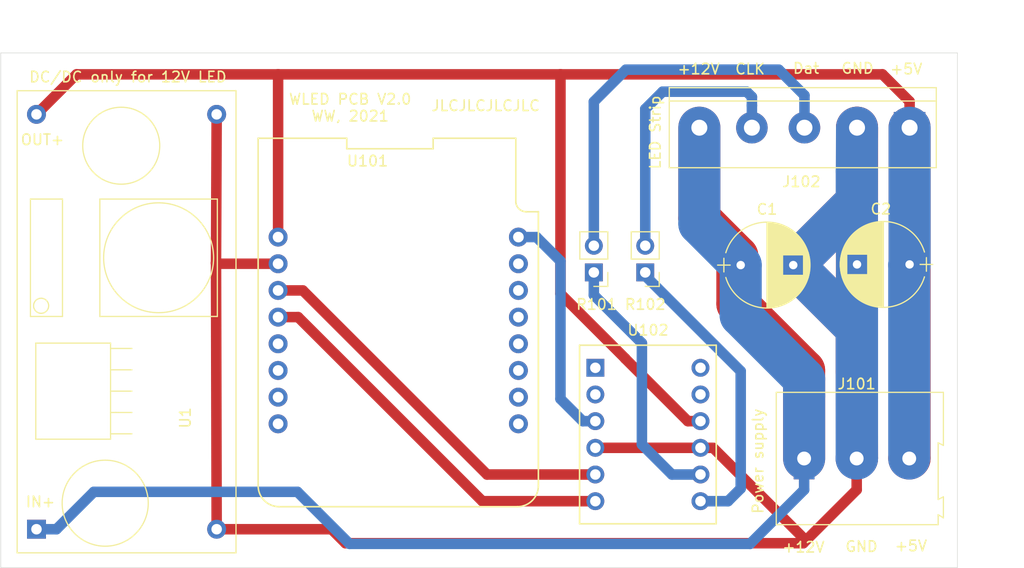
<source format=kicad_pcb>
(kicad_pcb (version 20171130) (host pcbnew "(5.1.5)-3")

  (general
    (thickness 1.6)
    (drawings 21)
    (tracks 96)
    (zones 0)
    (modules 9)
    (nets 26)
  )

  (page A4)
  (layers
    (0 F.Cu signal)
    (31 B.Cu signal)
    (32 B.Adhes user)
    (33 F.Adhes user)
    (34 B.Paste user)
    (35 F.Paste user)
    (36 B.SilkS user)
    (37 F.SilkS user)
    (38 B.Mask user)
    (39 F.Mask user)
    (40 Dwgs.User user)
    (41 Cmts.User user)
    (42 Eco1.User user)
    (43 Eco2.User user)
    (44 Edge.Cuts user)
    (45 Margin user)
    (46 B.CrtYd user)
    (47 F.CrtYd user)
    (48 B.Fab user)
    (49 F.Fab user hide)
  )

  (setup
    (last_trace_width 0.25)
    (user_trace_width 1)
    (user_trace_width 4)
    (trace_clearance 0.2)
    (zone_clearance 0.508)
    (zone_45_only no)
    (trace_min 0.2)
    (via_size 0.8)
    (via_drill 0.4)
    (via_min_size 0.4)
    (via_min_drill 0.3)
    (uvia_size 0.3)
    (uvia_drill 0.1)
    (uvias_allowed no)
    (uvia_min_size 0.2)
    (uvia_min_drill 0.1)
    (edge_width 0.05)
    (segment_width 0.2)
    (pcb_text_width 0.3)
    (pcb_text_size 1.5 1.5)
    (mod_edge_width 0.12)
    (mod_text_size 1 1)
    (mod_text_width 0.15)
    (pad_size 1.524 1.524)
    (pad_drill 0.762)
    (pad_to_mask_clearance 0.051)
    (solder_mask_min_width 0.25)
    (aux_axis_origin 0 0)
    (visible_elements 7FFFFFFF)
    (pcbplotparams
      (layerselection 0x010f0_ffffffff)
      (usegerberextensions false)
      (usegerberattributes true)
      (usegerberadvancedattributes false)
      (creategerberjobfile false)
      (excludeedgelayer false)
      (linewidth 0.150000)
      (plotframeref false)
      (viasonmask false)
      (mode 1)
      (useauxorigin true)
      (hpglpennumber 1)
      (hpglpenspeed 20)
      (hpglpendiameter 15.000000)
      (psnegative false)
      (psa4output false)
      (plotreference true)
      (plotvalue true)
      (plotinvisibletext false)
      (padsonsilk true)
      (subtractmaskfromsilk false)
      (outputformat 1)
      (mirror false)
      (drillshape 0)
      (scaleselection 1)
      (outputdirectory "gerber/"))
  )

  (net 0 "")
  (net 1 "Net-(J102-Pad4)")
  (net 2 "Net-(J102-Pad3)")
  (net 3 "Net-(R101-Pad1)")
  (net 4 "Net-(R102-Pad1)")
  (net 5 "Net-(U101-Pad16)")
  (net 6 "Net-(U101-Pad1)")
  (net 7 "Net-(U101-Pad15)")
  (net 8 "Net-(U101-Pad2)")
  (net 9 "Net-(U101-Pad14)")
  (net 10 "Net-(U101-Pad3)")
  (net 11 "Net-(U101-Pad13)")
  (net 12 "Net-(U101-Pad4)")
  (net 13 "Net-(U101-Pad12)")
  (net 14 "Net-(U101-Pad5)")
  (net 15 "Net-(U101-Pad11)")
  (net 16 "Net-(U101-Pad6)")
  (net 17 "Net-(U101-Pad7)")
  (net 18 "Net-(U101-Pad8)")
  (net 19 "Net-(U102-Pad1)")
  (net 20 "Net-(U102-Pad2)")
  (net 21 "Net-(U102-Pad7)")
  (net 22 "Net-(U102-Pad8)")
  (net 23 /+12V)
  (net 24 /GND)
  (net 25 /+5V)

  (net_class Default "Dies ist die voreingestellte Netzklasse."
    (clearance 0.2)
    (trace_width 0.25)
    (via_dia 0.8)
    (via_drill 0.4)
    (uvia_dia 0.3)
    (uvia_drill 0.1)
    (add_net /+12V)
    (add_net /+5V)
    (add_net /GND)
    (add_net "Net-(J102-Pad3)")
    (add_net "Net-(J102-Pad4)")
    (add_net "Net-(R101-Pad1)")
    (add_net "Net-(R102-Pad1)")
    (add_net "Net-(U101-Pad1)")
    (add_net "Net-(U101-Pad11)")
    (add_net "Net-(U101-Pad12)")
    (add_net "Net-(U101-Pad13)")
    (add_net "Net-(U101-Pad14)")
    (add_net "Net-(U101-Pad15)")
    (add_net "Net-(U101-Pad16)")
    (add_net "Net-(U101-Pad2)")
    (add_net "Net-(U101-Pad3)")
    (add_net "Net-(U101-Pad4)")
    (add_net "Net-(U101-Pad5)")
    (add_net "Net-(U101-Pad6)")
    (add_net "Net-(U101-Pad7)")
    (add_net "Net-(U101-Pad8)")
    (add_net "Net-(U102-Pad1)")
    (add_net "Net-(U102-Pad2)")
    (add_net "Net-(U102-Pad7)")
    (add_net "Net-(U102-Pad8)")
  )

  (module wled_library:LevelShifter (layer F.Cu) (tedit 5FEC71DF) (tstamp 5FEC7EC2)
    (at 150.5585 100.33)
    (descr http://www.farnell.com/datasheets/1520732.pdf)
    (tags "connector multicomp MC9A MC9A12")
    (path /5FED97AB)
    (fp_text reference U102 (at 0.01 -9.93) (layer F.SilkS)
      (effects (font (size 1 1) (thickness 0.15)))
    )
    (fp_text value LevelShifter (at 0.07 0.13 90) (layer F.Fab)
      (effects (font (size 1 1) (thickness 0.15)))
    )
    (fp_line (start -6.5 8.5) (end -6.5 -8.5) (layer F.SilkS) (width 0.15))
    (fp_line (start -6.5 -8.5) (end 6.5 -8.5) (layer F.SilkS) (width 0.15))
    (fp_line (start 6.5 -8.5) (end 6.5 8.5) (layer F.SilkS) (width 0.15))
    (fp_line (start -6.5 8.5) (end 6.5 8.5) (layer F.SilkS) (width 0.15))
    (fp_line (start -6.8 8.8) (end -6.8 -8.8) (layer F.CrtYd) (width 0.05))
    (fp_line (start -6.8 -8.8) (end 6.8 -8.8) (layer F.CrtYd) (width 0.05))
    (fp_line (start 6.8 -8.8) (end 6.8 8.8) (layer F.CrtYd) (width 0.05))
    (fp_line (start 6.8 8.8) (end -6.8 8.8) (layer F.CrtYd) (width 0.05))
    (pad 1 thru_hole rect (at -5 -6.35) (size 1.7 1.7) (drill 1) (layers *.Cu *.Mask)
      (net 19 "Net-(U102-Pad1)"))
    (pad 2 thru_hole circle (at -5 -3.81) (size 1.7 1.7) (drill 1) (layers *.Cu *.Mask)
      (net 20 "Net-(U102-Pad2)"))
    (pad 3 thru_hole circle (at -5 -1.27) (size 1.7 1.7) (drill 1) (layers *.Cu *.Mask)
      (net 18 "Net-(U101-Pad8)"))
    (pad 4 thru_hole circle (at -5 1.27) (size 1.7 1.7) (drill 1) (layers *.Cu *.Mask)
      (net 24 /GND))
    (pad 5 thru_hole circle (at -5 3.81) (size 1.7 1.7) (drill 1) (layers *.Cu *.Mask)
      (net 15 "Net-(U101-Pad11)"))
    (pad 6 thru_hole circle (at -5 6.35) (size 1.7 1.7) (drill 1) (layers *.Cu *.Mask)
      (net 13 "Net-(U101-Pad12)"))
    (pad 7 thru_hole circle (at 5 -6.35) (size 1.7 1.7) (drill 1) (layers *.Cu *.Mask)
      (net 21 "Net-(U102-Pad7)"))
    (pad 8 thru_hole circle (at 5 -3.81) (size 1.7 1.7) (drill 1) (layers *.Cu *.Mask)
      (net 22 "Net-(U102-Pad8)"))
    (pad 9 thru_hole circle (at 5 -1.27) (size 1.7 1.7) (drill 1) (layers *.Cu *.Mask)
      (net 25 /+5V))
    (pad 10 thru_hole circle (at 5 1.27) (size 1.7 1.7) (drill 1) (layers *.Cu *.Mask)
      (net 24 /GND))
    (pad 11 thru_hole circle (at 5 3.81) (size 1.7 1.7) (drill 1) (layers *.Cu *.Mask)
      (net 3 "Net-(R101-Pad1)"))
    (pad 12 thru_hole circle (at 5 6.35) (size 1.7 1.7) (drill 1) (layers *.Cu *.Mask)
      (net 4 "Net-(R102-Pad1)"))
  )

  (module wled_library:LM2596_Module (layer F.Cu) (tedit 5F8A1860) (tstamp 600B048E)
    (at 100.965 89.5985 90)
    (path /600AED18)
    (fp_text reference U1 (at -9.144 5.588 90) (layer F.SilkS)
      (effects (font (size 1 1) (thickness 0.15)))
    )
    (fp_text value LM2596_Module (at -8.636 8.128 90) (layer F.Fab)
      (effects (font (size 1 1) (thickness 0.15)))
    )
    (fp_circle (center 1.524 -8.128) (end 2.032 -7.62) (layer F.SilkS) (width 0.12))
    (fp_line (start 0.508 -6.096) (end 0.508 -9.144) (layer F.SilkS) (width 0.12))
    (fp_line (start 11.684 -6.096) (end 0.508 -6.096) (layer F.SilkS) (width 0.12))
    (fp_line (start 11.684 -9.144) (end 11.684 -6.096) (layer F.SilkS) (width 0.12))
    (fp_line (start 0.508 -9.144) (end 11.684 -9.144) (layer F.SilkS) (width 0.12))
    (fp_line (start -10.668 -1.524) (end -10.668 0.508) (layer F.SilkS) (width 0.12))
    (fp_line (start -8.636 -1.016) (end -8.636 -1.524) (layer F.SilkS) (width 0.12))
    (fp_line (start -8.636 -1.016) (end -8.636 0.508) (layer F.SilkS) (width 0.12))
    (fp_line (start -2.54 -1.524) (end -2.54 0.508) (layer F.SilkS) (width 0.12))
    (fp_line (start -4.572 -1.524) (end -4.572 0.508) (layer F.SilkS) (width 0.12))
    (fp_line (start -6.604 -1.524) (end -6.604 0.508) (layer F.SilkS) (width 0.12))
    (fp_line (start -11.176 -8.128) (end -11.176 -8.636) (layer F.SilkS) (width 0.12))
    (fp_line (start -11.176 -1.524) (end -11.176 -8.128) (layer F.SilkS) (width 0.12))
    (fp_line (start -2.032 -1.524) (end -11.176 -1.524) (layer F.SilkS) (width 0.12))
    (fp_line (start -2.032 -8.636) (end -2.032 -1.524) (layer F.SilkS) (width 0.12))
    (fp_line (start -11.176 -8.636) (end -2.032 -8.636) (layer F.SilkS) (width 0.12))
    (fp_circle (center 6.096 3.048) (end 10.668 5.588) (layer F.SilkS) (width 0.12))
    (fp_line (start 11.684 8.636) (end 11.684 -2.54) (layer F.SilkS) (width 0.12))
    (fp_line (start 0.508 8.636) (end 11.684 8.636) (layer F.SilkS) (width 0.12))
    (fp_line (start 0.508 -2.54) (end 0.508 8.636) (layer F.SilkS) (width 0.12))
    (fp_line (start 11.684 -2.54) (end 0.508 -2.54) (layer F.SilkS) (width 0.12))
    (fp_circle (center 16.764 -0.508) (end 19.812 -2.54) (layer F.SilkS) (width 0.12))
    (fp_circle (center -17.272 -2.032) (end -15.24 -5.588) (layer F.SilkS) (width 0.12))
    (fp_line (start -22 10.41) (end -22 -10.41) (layer F.SilkS) (width 0.12))
    (fp_line (start 22 10.41) (end -22 10.41) (layer F.SilkS) (width 0.12))
    (fp_line (start 22 -10.41) (end 22 10.41) (layer F.SilkS) (width 0.12))
    (fp_line (start -22 -10.41) (end 22 -10.41) (layer F.SilkS) (width 0.12))
    (pad 4 thru_hole circle (at 19.75 8.57 90) (size 1.8 1.8) (drill 1) (layers *.Cu *.Mask)
      (net 24 /GND))
    (pad 3 thru_hole circle (at 19.75 -8.57 90) (size 1.8 1.8) (drill 1) (layers *.Cu *.Mask)
      (net 25 /+5V))
    (pad 2 thru_hole circle (at -19.75 8.57 90) (size 1.8 1.8) (drill 1) (layers *.Cu *.Mask)
      (net 24 /GND))
    (pad 1 thru_hole rect (at -19.75 -8.57 90) (size 1.8 1.8) (drill 1) (layers *.Cu *.Mask)
      (net 23 /+12V))
  )

  (module wled_library:TerminalBlock_5_P5.0mm (layer F.Cu) (tedit 600AFD01) (tstamp 5FEC8339)
    (at 175.4505 71.12 180)
    (descr "simple 5-pin terminal block, pitch 5.08mm, revamped version of bornier5")
    (tags "terminal block bornier5")
    (path /5FECD915)
    (fp_text reference J102 (at 10.287 -5.1435) (layer F.SilkS)
      (effects (font (size 1 1) (thickness 0.15)))
    )
    (fp_text value Conn_01x04_Female (at 10.15 4.6) (layer F.Fab)
      (effects (font (size 1 1) (thickness 0.15)))
    )
    (fp_text user %R (at 10.16 0) (layer F.Fab)
      (effects (font (size 1 1) (thickness 0.15)))
    )
    (fp_line (start -2.49 2.55) (end 22.81 2.55) (layer F.Fab) (width 0.1))
    (fp_line (start -2.49 -3.75) (end -2.49 3.75) (layer F.Fab) (width 0.1))
    (fp_line (start -2.49 3.75) (end 22.81 3.75) (layer F.Fab) (width 0.1))
    (fp_line (start 22.81 3.75) (end 22.81 -3.75) (layer F.Fab) (width 0.1))
    (fp_line (start 22.81 -3.75) (end -2.49 -3.75) (layer F.Fab) (width 0.1))
    (fp_line (start -2.54 3.81) (end 22.86 3.81) (layer F.SilkS) (width 0.12))
    (fp_line (start -2.54 2.54) (end 22.86 2.54) (layer F.SilkS) (width 0.12))
    (fp_line (start -2.54 -3.81) (end 22.86 -3.81) (layer F.SilkS) (width 0.12))
    (fp_line (start 22.86 -3.81) (end 22.86 3.81) (layer F.SilkS) (width 0.12))
    (fp_line (start -2.54 -3.81) (end -2.54 3.81) (layer F.SilkS) (width 0.12))
    (fp_line (start -2.74 -4) (end 23.06 -4) (layer F.CrtYd) (width 0.05))
    (fp_line (start -2.74 -4) (end -2.74 4) (layer F.CrtYd) (width 0.05))
    (fp_line (start 23.06 4) (end 23.06 -4) (layer F.CrtYd) (width 0.05))
    (fp_line (start 23.06 4) (end -2.74 4) (layer F.CrtYd) (width 0.05))
    (pad 2 thru_hole circle (at 5 0 180) (size 3 3) (drill 1.52) (layers *.Cu *.Mask)
      (net 24 /GND))
    (pad 3 thru_hole circle (at 10 0 180) (size 3 3) (drill 1.52) (layers *.Cu *.Mask)
      (net 2 "Net-(J102-Pad3)"))
    (pad 1 thru_hole rect (at 0 0 180) (size 3 3) (drill 1.52) (layers *.Cu *.Mask)
      (net 25 /+5V))
    (pad 4 thru_hole circle (at 15 0 180) (size 3 3) (drill 1.52) (layers *.Cu *.Mask)
      (net 1 "Net-(J102-Pad4)"))
    (pad 5 thru_hole circle (at 20 0 180) (size 3 3) (drill 1.52) (layers *.Cu *.Mask)
      (net 23 /+12V))
    (model ${KISYS3DMOD}/Terminal_Blocks.3dshapes/TerminalBlock_bornier-5_P5.08mm.wrl
      (offset (xyz 10.15999984741211 0 0))
      (scale (xyz 1 1 1))
      (rotate (xyz 0 0 0))
    )
  )

  (module Connectors_Terminal_Blocks:TerminalBlock_Altech_AK300-3_P5.00mm (layer F.Cu) (tedit 59FF0306) (tstamp 5FEC7E76)
    (at 165.4175 102.616)
    (descr "Altech AK300 terminal block, pitch 5.0mm, 45 degree angled, see http://www.mouser.com/ds/2/16/PCBMETRC-24178.pdf")
    (tags "Altech AK300 terminal block pitch 5.0mm")
    (path /5FEE451B)
    (fp_text reference J101 (at 5 -7.1) (layer F.SilkS)
      (effects (font (size 1 1) (thickness 0.15)))
    )
    (fp_text value Conn_01x02_Female (at 4.95 7.3) (layer F.Fab)
      (effects (font (size 1 1) (thickness 0.15)))
    )
    (fp_text user %R (at 5 -2) (layer F.Fab)
      (effects (font (size 1 1) (thickness 0.15)))
    )
    (fp_line (start -2.65 -6.3) (end -2.65 6.3) (layer F.SilkS) (width 0.12))
    (fp_line (start -2.65 6.3) (end 12.75 6.3) (layer F.SilkS) (width 0.12))
    (fp_line (start 12.75 6.3) (end 12.75 5.35) (layer F.SilkS) (width 0.12))
    (fp_line (start 12.75 5.35) (end 13.25 5.65) (layer F.SilkS) (width 0.12))
    (fp_line (start 13.25 5.65) (end 13.25 3.65) (layer F.SilkS) (width 0.12))
    (fp_line (start 13.25 3.65) (end 12.75 3.9) (layer F.SilkS) (width 0.12))
    (fp_line (start 12.75 3.9) (end 12.75 -1.5) (layer F.SilkS) (width 0.12))
    (fp_line (start 12.75 -1.5) (end 13.25 -1.25) (layer F.SilkS) (width 0.12))
    (fp_line (start 13.25 -1.25) (end 13.25 -6.3) (layer F.SilkS) (width 0.12))
    (fp_line (start 13.25 -6.3) (end -2.65 -6.3) (layer F.SilkS) (width 0.12))
    (fp_line (start 12.66 -0.65) (end -2.52 -0.65) (layer F.Fab) (width 0.1))
    (fp_line (start 8.02 3.99) (end 8.02 -0.26) (layer F.Fab) (width 0.1))
    (fp_line (start 12.09 6.21) (end 7.58 6.21) (layer F.Fab) (width 0.1))
    (fp_line (start 7.58 -3.19) (end 12.6 -3.19) (layer F.Fab) (width 0.1))
    (fp_line (start -2.58 -6.23) (end 12.66 -6.23) (layer F.Fab) (width 0.1))
    (fp_line (start 8.42 -0.26) (end 11.72 -0.26) (layer F.Fab) (width 0.1))
    (fp_line (start 8.04 -0.26) (end 8.42 -0.26) (layer F.Fab) (width 0.1))
    (fp_line (start 12.1 -0.26) (end 11.72 -0.26) (layer F.Fab) (width 0.1))
    (fp_line (start 8.57 -4.33) (end 11.62 -4.96) (layer F.Fab) (width 0.1))
    (fp_line (start 8.44 -4.46) (end 11.49 -5.09) (layer F.Fab) (width 0.1))
    (fp_line (start 12.1 -3.44) (end 8.04 -3.44) (layer F.Fab) (width 0.1))
    (fp_line (start 12.1 -5.98) (end 12.1 -3.44) (layer F.Fab) (width 0.1))
    (fp_line (start 8.04 -5.98) (end 12.1 -5.98) (layer F.Fab) (width 0.1))
    (fp_line (start 8.04 -3.44) (end 8.04 -5.98) (layer F.Fab) (width 0.1))
    (fp_line (start 12.66 -3.19) (end 12.66 -1.66) (layer F.Fab) (width 0.1))
    (fp_line (start 12.66 -0.65) (end 12.66 4.05) (layer F.Fab) (width 0.1))
    (fp_line (start 12.66 -1.66) (end 12.66 -0.65) (layer F.Fab) (width 0.1))
    (fp_line (start 11.72 0.5) (end 11.34 0.5) (layer F.Fab) (width 0.1))
    (fp_line (start 8.42 0.5) (end 8.8 0.5) (layer F.Fab) (width 0.1))
    (fp_line (start 8.42 3.67) (end 8.42 0.5) (layer F.Fab) (width 0.1))
    (fp_line (start 11.72 3.67) (end 8.42 3.67) (layer F.Fab) (width 0.1))
    (fp_line (start 11.72 3.67) (end 11.72 0.5) (layer F.Fab) (width 0.1))
    (fp_line (start 12.1 4.31) (end 12.1 6.21) (layer F.Fab) (width 0.1))
    (fp_line (start 8.04 4.31) (end 12.1 4.31) (layer F.Fab) (width 0.1))
    (fp_line (start 12.1 6.21) (end 12.66 6.21) (layer F.Fab) (width 0.1))
    (fp_line (start 12.1 -0.26) (end 12.1 4.31) (layer F.Fab) (width 0.1))
    (fp_line (start 8.04 6.21) (end 8.04 4.31) (layer F.Fab) (width 0.1))
    (fp_line (start 13.17 3.8) (end 13.17 5.45) (layer F.Fab) (width 0.1))
    (fp_line (start 12.66 4.05) (end 12.66 5.2) (layer F.Fab) (width 0.1))
    (fp_line (start 13.17 3.8) (end 12.66 4.05) (layer F.Fab) (width 0.1))
    (fp_line (start 12.66 5.2) (end 12.66 6.21) (layer F.Fab) (width 0.1))
    (fp_line (start 13.17 5.45) (end 12.66 5.2) (layer F.Fab) (width 0.1))
    (fp_line (start 13.17 -1.41) (end 12.66 -1.66) (layer F.Fab) (width 0.1))
    (fp_line (start 13.17 -6.23) (end 13.17 -1.41) (layer F.Fab) (width 0.1))
    (fp_line (start 12.66 -6.23) (end 13.17 -6.23) (layer F.Fab) (width 0.1))
    (fp_line (start 12.66 -6.23) (end 12.66 -3.19) (layer F.Fab) (width 0.1))
    (fp_line (start 8.8 2.53) (end 8.8 -0.26) (layer F.Fab) (width 0.1))
    (fp_line (start 8.8 -0.26) (end 11.34 -0.26) (layer F.Fab) (width 0.1))
    (fp_line (start 11.34 2.53) (end 11.34 -0.26) (layer F.Fab) (width 0.1))
    (fp_line (start 8.8 2.53) (end 11.34 2.53) (layer F.Fab) (width 0.1))
    (fp_line (start -1.28 2.53) (end 1.26 2.53) (layer F.Fab) (width 0.1))
    (fp_line (start 1.26 2.53) (end 1.26 -0.26) (layer F.Fab) (width 0.1))
    (fp_line (start -1.28 -0.26) (end 1.26 -0.26) (layer F.Fab) (width 0.1))
    (fp_line (start -1.28 2.53) (end -1.28 -0.26) (layer F.Fab) (width 0.1))
    (fp_line (start 3.72 2.53) (end 6.26 2.53) (layer F.Fab) (width 0.1))
    (fp_line (start 6.26 2.53) (end 6.26 -0.26) (layer F.Fab) (width 0.1))
    (fp_line (start 3.72 -0.26) (end 6.26 -0.26) (layer F.Fab) (width 0.1))
    (fp_line (start 3.72 2.53) (end 3.72 -0.26) (layer F.Fab) (width 0.1))
    (fp_line (start 8.02 5.2) (end 8.02 6.21) (layer F.Fab) (width 0.1))
    (fp_line (start 8.02 4.05) (end 8.02 5.2) (layer F.Fab) (width 0.1))
    (fp_line (start 2.96 6.21) (end 2.96 4.31) (layer F.Fab) (width 0.1))
    (fp_line (start 7.02 -0.26) (end 7.02 4.31) (layer F.Fab) (width 0.1))
    (fp_line (start 2.96 6.21) (end 7.02 6.21) (layer F.Fab) (width 0.1))
    (fp_line (start 7.02 6.21) (end 7.58 6.21) (layer F.Fab) (width 0.1))
    (fp_line (start 2.02 6.21) (end 2.02 4.31) (layer F.Fab) (width 0.1))
    (fp_line (start 2.02 6.21) (end 2.96 6.21) (layer F.Fab) (width 0.1))
    (fp_line (start -2.05 -0.26) (end -2.05 4.31) (layer F.Fab) (width 0.1))
    (fp_line (start -2.58 6.21) (end -2.05 6.21) (layer F.Fab) (width 0.1))
    (fp_line (start -2.05 6.21) (end 2.02 6.21) (layer F.Fab) (width 0.1))
    (fp_line (start 2.96 4.31) (end 7.02 4.31) (layer F.Fab) (width 0.1))
    (fp_line (start 2.96 4.31) (end 2.96 -0.26) (layer F.Fab) (width 0.1))
    (fp_line (start 7.02 4.31) (end 7.02 6.21) (layer F.Fab) (width 0.1))
    (fp_line (start 2.02 4.31) (end -2.05 4.31) (layer F.Fab) (width 0.1))
    (fp_line (start 2.02 4.31) (end 2.02 -0.26) (layer F.Fab) (width 0.1))
    (fp_line (start -2.05 4.31) (end -2.05 6.21) (layer F.Fab) (width 0.1))
    (fp_line (start 6.64 3.67) (end 6.64 0.5) (layer F.Fab) (width 0.1))
    (fp_line (start 6.64 3.67) (end 3.34 3.67) (layer F.Fab) (width 0.1))
    (fp_line (start 3.34 3.67) (end 3.34 0.5) (layer F.Fab) (width 0.1))
    (fp_line (start 1.64 3.67) (end 1.64 0.5) (layer F.Fab) (width 0.1))
    (fp_line (start 1.64 3.67) (end -1.67 3.67) (layer F.Fab) (width 0.1))
    (fp_line (start -1.67 3.67) (end -1.67 0.5) (layer F.Fab) (width 0.1))
    (fp_line (start -1.67 0.5) (end -1.28 0.5) (layer F.Fab) (width 0.1))
    (fp_line (start 1.64 0.5) (end 1.26 0.5) (layer F.Fab) (width 0.1))
    (fp_line (start 3.34 0.5) (end 3.72 0.5) (layer F.Fab) (width 0.1))
    (fp_line (start 6.64 0.5) (end 6.26 0.5) (layer F.Fab) (width 0.1))
    (fp_line (start -2.58 6.21) (end -2.58 -0.65) (layer F.Fab) (width 0.1))
    (fp_line (start -2.58 -0.65) (end -2.58 -3.19) (layer F.Fab) (width 0.1))
    (fp_line (start -2.58 -3.19) (end 7.58 -3.19) (layer F.Fab) (width 0.1))
    (fp_line (start -2.58 -3.19) (end -2.58 -6.23) (layer F.Fab) (width 0.1))
    (fp_line (start 2.96 -3.44) (end 2.96 -5.98) (layer F.Fab) (width 0.1))
    (fp_line (start 2.96 -5.98) (end 7.02 -5.98) (layer F.Fab) (width 0.1))
    (fp_line (start 7.02 -5.98) (end 7.02 -3.44) (layer F.Fab) (width 0.1))
    (fp_line (start 7.02 -3.44) (end 2.96 -3.44) (layer F.Fab) (width 0.1))
    (fp_line (start 2.02 -3.44) (end 2.02 -5.98) (layer F.Fab) (width 0.1))
    (fp_line (start 2.02 -3.44) (end -2.05 -3.44) (layer F.Fab) (width 0.1))
    (fp_line (start -2.05 -3.44) (end -2.05 -5.98) (layer F.Fab) (width 0.1))
    (fp_line (start 2.02 -5.98) (end -2.05 -5.98) (layer F.Fab) (width 0.1))
    (fp_line (start 3.36 -4.46) (end 6.41 -5.09) (layer F.Fab) (width 0.1))
    (fp_line (start 3.49 -4.33) (end 6.54 -4.96) (layer F.Fab) (width 0.1))
    (fp_line (start -1.64 -4.46) (end 1.41 -5.09) (layer F.Fab) (width 0.1))
    (fp_line (start -1.51 -4.33) (end 1.53 -4.96) (layer F.Fab) (width 0.1))
    (fp_line (start -2.05 -0.26) (end -1.67 -0.26) (layer F.Fab) (width 0.1))
    (fp_line (start 2.02 -0.26) (end 1.64 -0.26) (layer F.Fab) (width 0.1))
    (fp_line (start 1.64 -0.26) (end -1.67 -0.26) (layer F.Fab) (width 0.1))
    (fp_line (start 7.02 -0.26) (end 6.64 -0.26) (layer F.Fab) (width 0.1))
    (fp_line (start 2.96 -0.26) (end 3.34 -0.26) (layer F.Fab) (width 0.1))
    (fp_line (start 3.34 -0.26) (end 6.64 -0.26) (layer F.Fab) (width 0.1))
    (fp_line (start -2.83 -6.48) (end 13.42 -6.48) (layer F.CrtYd) (width 0.05))
    (fp_line (start -2.83 -6.48) (end -2.83 6.46) (layer F.CrtYd) (width 0.05))
    (fp_line (start 13.42 6.46) (end 13.42 -6.48) (layer F.CrtYd) (width 0.05))
    (fp_line (start 13.42 6.46) (end -2.83 6.46) (layer F.CrtYd) (width 0.05))
    (fp_arc (start 8.93 -4.66) (end 8.64 -4.14) (angle 104.2) (layer F.Fab) (width 0.1))
    (fp_arc (start 10.04 -3.72) (end 8.44 -5.01) (angle 100) (layer F.Fab) (width 0.1))
    (fp_arc (start 10.12 -6.08) (end 11.58 -4.13) (angle 75.5) (layer F.Fab) (width 0.1))
    (fp_arc (start 11.09 -4.6) (end 11.59 -5.06) (angle 90.5) (layer F.Fab) (width 0.1))
    (fp_arc (start 6.01 -4.6) (end 6.51 -5.06) (angle 90.5) (layer F.Fab) (width 0.1))
    (fp_arc (start 5.04 -6.08) (end 6.5 -4.13) (angle 75.5) (layer F.Fab) (width 0.1))
    (fp_arc (start 4.96 -3.72) (end 3.36 -5.01) (angle 100) (layer F.Fab) (width 0.1))
    (fp_arc (start 3.85 -4.66) (end 3.56 -4.14) (angle 104.2) (layer F.Fab) (width 0.1))
    (fp_arc (start 1 -4.6) (end 1.51 -5.06) (angle 90.5) (layer F.Fab) (width 0.1))
    (fp_arc (start 0.04 -6.08) (end 1.5 -4.13) (angle 75.5) (layer F.Fab) (width 0.1))
    (fp_arc (start -0.04 -3.72) (end -1.64 -5.01) (angle 100) (layer F.Fab) (width 0.1))
    (fp_arc (start -1.16 -4.66) (end -1.44 -4.14) (angle 104.2) (layer F.Fab) (width 0.1))
    (pad 1 thru_hole rect (at 0 0) (size 1.98 3.96) (drill 1.32) (layers *.Cu *.Mask)
      (net 23 /+12V))
    (pad 2 thru_hole oval (at 5 0) (size 1.98 3.96) (drill 1.32) (layers *.Cu *.Mask)
      (net 24 /GND))
    (pad 3 thru_hole oval (at 10 0) (size 1.98 3.96) (drill 1.32) (layers *.Cu *.Mask)
      (net 25 /+5V))
    (model ${KISYS3DMOD}/Terminal_Blocks.3dshapes/TerminalBlock_Altech_AK300-3_P5.00mm.wrl
      (at (xyz 0 0 0))
      (scale (xyz 1 1 1))
      (rotate (xyz 0 0 0))
    )
  )

  (module Capacitors_THT:CP_Radial_D8.0mm_P5.00mm (layer F.Cu) (tedit 597BC7C2) (tstamp 600B03FE)
    (at 175.4505 84.1375 180)
    (descr "CP, Radial series, Radial, pin pitch=5.00mm, , diameter=8mm, Electrolytic Capacitor")
    (tags "CP Radial series Radial pin pitch 5.00mm  diameter 8mm Electrolytic Capacitor")
    (path /600B48C5)
    (fp_text reference C2 (at 2.7305 5.2705) (layer F.SilkS)
      (effects (font (size 1 1) (thickness 0.15)))
    )
    (fp_text value CP (at 2.5 5.31) (layer F.Fab)
      (effects (font (size 1 1) (thickness 0.15)))
    )
    (fp_arc (start 2.5 0) (end -1.416082 -1.18) (angle 146.5) (layer F.SilkS) (width 0.12))
    (fp_arc (start 2.5 0) (end -1.416082 1.18) (angle -146.5) (layer F.SilkS) (width 0.12))
    (fp_arc (start 2.5 0) (end 6.416082 -1.18) (angle 33.5) (layer F.SilkS) (width 0.12))
    (fp_circle (center 2.5 0) (end 6.5 0) (layer F.Fab) (width 0.1))
    (fp_line (start -2.2 0) (end -1 0) (layer F.Fab) (width 0.1))
    (fp_line (start -1.6 -0.65) (end -1.6 0.65) (layer F.Fab) (width 0.1))
    (fp_line (start 2.5 -4.05) (end 2.5 4.05) (layer F.SilkS) (width 0.12))
    (fp_line (start 2.54 -4.05) (end 2.54 4.05) (layer F.SilkS) (width 0.12))
    (fp_line (start 2.58 -4.05) (end 2.58 4.05) (layer F.SilkS) (width 0.12))
    (fp_line (start 2.62 -4.049) (end 2.62 4.049) (layer F.SilkS) (width 0.12))
    (fp_line (start 2.66 -4.047) (end 2.66 4.047) (layer F.SilkS) (width 0.12))
    (fp_line (start 2.7 -4.046) (end 2.7 4.046) (layer F.SilkS) (width 0.12))
    (fp_line (start 2.74 -4.043) (end 2.74 4.043) (layer F.SilkS) (width 0.12))
    (fp_line (start 2.78 -4.041) (end 2.78 4.041) (layer F.SilkS) (width 0.12))
    (fp_line (start 2.82 -4.038) (end 2.82 4.038) (layer F.SilkS) (width 0.12))
    (fp_line (start 2.86 -4.035) (end 2.86 4.035) (layer F.SilkS) (width 0.12))
    (fp_line (start 2.9 -4.031) (end 2.9 4.031) (layer F.SilkS) (width 0.12))
    (fp_line (start 2.94 -4.027) (end 2.94 4.027) (layer F.SilkS) (width 0.12))
    (fp_line (start 2.98 -4.022) (end 2.98 4.022) (layer F.SilkS) (width 0.12))
    (fp_line (start 3.02 -4.017) (end 3.02 4.017) (layer F.SilkS) (width 0.12))
    (fp_line (start 3.06 -4.012) (end 3.06 4.012) (layer F.SilkS) (width 0.12))
    (fp_line (start 3.1 -4.006) (end 3.1 4.006) (layer F.SilkS) (width 0.12))
    (fp_line (start 3.14 -4) (end 3.14 4) (layer F.SilkS) (width 0.12))
    (fp_line (start 3.18 -3.994) (end 3.18 3.994) (layer F.SilkS) (width 0.12))
    (fp_line (start 3.221 -3.987) (end 3.221 3.987) (layer F.SilkS) (width 0.12))
    (fp_line (start 3.261 -3.979) (end 3.261 3.979) (layer F.SilkS) (width 0.12))
    (fp_line (start 3.301 -3.971) (end 3.301 3.971) (layer F.SilkS) (width 0.12))
    (fp_line (start 3.341 -3.963) (end 3.341 3.963) (layer F.SilkS) (width 0.12))
    (fp_line (start 3.381 -3.955) (end 3.381 3.955) (layer F.SilkS) (width 0.12))
    (fp_line (start 3.421 -3.946) (end 3.421 3.946) (layer F.SilkS) (width 0.12))
    (fp_line (start 3.461 -3.936) (end 3.461 3.936) (layer F.SilkS) (width 0.12))
    (fp_line (start 3.501 -3.926) (end 3.501 3.926) (layer F.SilkS) (width 0.12))
    (fp_line (start 3.541 -3.916) (end 3.541 3.916) (layer F.SilkS) (width 0.12))
    (fp_line (start 3.581 -3.905) (end 3.581 3.905) (layer F.SilkS) (width 0.12))
    (fp_line (start 3.621 -3.894) (end 3.621 3.894) (layer F.SilkS) (width 0.12))
    (fp_line (start 3.661 -3.883) (end 3.661 3.883) (layer F.SilkS) (width 0.12))
    (fp_line (start 3.701 -3.87) (end 3.701 3.87) (layer F.SilkS) (width 0.12))
    (fp_line (start 3.741 -3.858) (end 3.741 3.858) (layer F.SilkS) (width 0.12))
    (fp_line (start 3.781 -3.845) (end 3.781 3.845) (layer F.SilkS) (width 0.12))
    (fp_line (start 3.821 -3.832) (end 3.821 3.832) (layer F.SilkS) (width 0.12))
    (fp_line (start 3.861 -3.818) (end 3.861 3.818) (layer F.SilkS) (width 0.12))
    (fp_line (start 3.901 -3.803) (end 3.901 3.803) (layer F.SilkS) (width 0.12))
    (fp_line (start 3.941 -3.789) (end 3.941 3.789) (layer F.SilkS) (width 0.12))
    (fp_line (start 3.981 -3.773) (end 3.981 3.773) (layer F.SilkS) (width 0.12))
    (fp_line (start 4.021 -3.758) (end 4.021 -0.98) (layer F.SilkS) (width 0.12))
    (fp_line (start 4.021 0.98) (end 4.021 3.758) (layer F.SilkS) (width 0.12))
    (fp_line (start 4.061 -3.741) (end 4.061 -0.98) (layer F.SilkS) (width 0.12))
    (fp_line (start 4.061 0.98) (end 4.061 3.741) (layer F.SilkS) (width 0.12))
    (fp_line (start 4.101 -3.725) (end 4.101 -0.98) (layer F.SilkS) (width 0.12))
    (fp_line (start 4.101 0.98) (end 4.101 3.725) (layer F.SilkS) (width 0.12))
    (fp_line (start 4.141 -3.707) (end 4.141 -0.98) (layer F.SilkS) (width 0.12))
    (fp_line (start 4.141 0.98) (end 4.141 3.707) (layer F.SilkS) (width 0.12))
    (fp_line (start 4.181 -3.69) (end 4.181 -0.98) (layer F.SilkS) (width 0.12))
    (fp_line (start 4.181 0.98) (end 4.181 3.69) (layer F.SilkS) (width 0.12))
    (fp_line (start 4.221 -3.671) (end 4.221 -0.98) (layer F.SilkS) (width 0.12))
    (fp_line (start 4.221 0.98) (end 4.221 3.671) (layer F.SilkS) (width 0.12))
    (fp_line (start 4.261 -3.652) (end 4.261 -0.98) (layer F.SilkS) (width 0.12))
    (fp_line (start 4.261 0.98) (end 4.261 3.652) (layer F.SilkS) (width 0.12))
    (fp_line (start 4.301 -3.633) (end 4.301 -0.98) (layer F.SilkS) (width 0.12))
    (fp_line (start 4.301 0.98) (end 4.301 3.633) (layer F.SilkS) (width 0.12))
    (fp_line (start 4.341 -3.613) (end 4.341 -0.98) (layer F.SilkS) (width 0.12))
    (fp_line (start 4.341 0.98) (end 4.341 3.613) (layer F.SilkS) (width 0.12))
    (fp_line (start 4.381 -3.593) (end 4.381 -0.98) (layer F.SilkS) (width 0.12))
    (fp_line (start 4.381 0.98) (end 4.381 3.593) (layer F.SilkS) (width 0.12))
    (fp_line (start 4.421 -3.572) (end 4.421 -0.98) (layer F.SilkS) (width 0.12))
    (fp_line (start 4.421 0.98) (end 4.421 3.572) (layer F.SilkS) (width 0.12))
    (fp_line (start 4.461 -3.55) (end 4.461 -0.98) (layer F.SilkS) (width 0.12))
    (fp_line (start 4.461 0.98) (end 4.461 3.55) (layer F.SilkS) (width 0.12))
    (fp_line (start 4.501 -3.528) (end 4.501 -0.98) (layer F.SilkS) (width 0.12))
    (fp_line (start 4.501 0.98) (end 4.501 3.528) (layer F.SilkS) (width 0.12))
    (fp_line (start 4.541 -3.505) (end 4.541 -0.98) (layer F.SilkS) (width 0.12))
    (fp_line (start 4.541 0.98) (end 4.541 3.505) (layer F.SilkS) (width 0.12))
    (fp_line (start 4.581 -3.482) (end 4.581 -0.98) (layer F.SilkS) (width 0.12))
    (fp_line (start 4.581 0.98) (end 4.581 3.482) (layer F.SilkS) (width 0.12))
    (fp_line (start 4.621 -3.458) (end 4.621 -0.98) (layer F.SilkS) (width 0.12))
    (fp_line (start 4.621 0.98) (end 4.621 3.458) (layer F.SilkS) (width 0.12))
    (fp_line (start 4.661 -3.434) (end 4.661 -0.98) (layer F.SilkS) (width 0.12))
    (fp_line (start 4.661 0.98) (end 4.661 3.434) (layer F.SilkS) (width 0.12))
    (fp_line (start 4.701 -3.408) (end 4.701 -0.98) (layer F.SilkS) (width 0.12))
    (fp_line (start 4.701 0.98) (end 4.701 3.408) (layer F.SilkS) (width 0.12))
    (fp_line (start 4.741 -3.383) (end 4.741 -0.98) (layer F.SilkS) (width 0.12))
    (fp_line (start 4.741 0.98) (end 4.741 3.383) (layer F.SilkS) (width 0.12))
    (fp_line (start 4.781 -3.356) (end 4.781 -0.98) (layer F.SilkS) (width 0.12))
    (fp_line (start 4.781 0.98) (end 4.781 3.356) (layer F.SilkS) (width 0.12))
    (fp_line (start 4.821 -3.329) (end 4.821 -0.98) (layer F.SilkS) (width 0.12))
    (fp_line (start 4.821 0.98) (end 4.821 3.329) (layer F.SilkS) (width 0.12))
    (fp_line (start 4.861 -3.301) (end 4.861 -0.98) (layer F.SilkS) (width 0.12))
    (fp_line (start 4.861 0.98) (end 4.861 3.301) (layer F.SilkS) (width 0.12))
    (fp_line (start 4.901 -3.272) (end 4.901 -0.98) (layer F.SilkS) (width 0.12))
    (fp_line (start 4.901 0.98) (end 4.901 3.272) (layer F.SilkS) (width 0.12))
    (fp_line (start 4.941 -3.243) (end 4.941 -0.98) (layer F.SilkS) (width 0.12))
    (fp_line (start 4.941 0.98) (end 4.941 3.243) (layer F.SilkS) (width 0.12))
    (fp_line (start 4.981 -3.213) (end 4.981 -0.98) (layer F.SilkS) (width 0.12))
    (fp_line (start 4.981 0.98) (end 4.981 3.213) (layer F.SilkS) (width 0.12))
    (fp_line (start 5.021 -3.182) (end 5.021 -0.98) (layer F.SilkS) (width 0.12))
    (fp_line (start 5.021 0.98) (end 5.021 3.182) (layer F.SilkS) (width 0.12))
    (fp_line (start 5.061 -3.15) (end 5.061 -0.98) (layer F.SilkS) (width 0.12))
    (fp_line (start 5.061 0.98) (end 5.061 3.15) (layer F.SilkS) (width 0.12))
    (fp_line (start 5.101 -3.118) (end 5.101 -0.98) (layer F.SilkS) (width 0.12))
    (fp_line (start 5.101 0.98) (end 5.101 3.118) (layer F.SilkS) (width 0.12))
    (fp_line (start 5.141 -3.084) (end 5.141 -0.98) (layer F.SilkS) (width 0.12))
    (fp_line (start 5.141 0.98) (end 5.141 3.084) (layer F.SilkS) (width 0.12))
    (fp_line (start 5.181 -3.05) (end 5.181 -0.98) (layer F.SilkS) (width 0.12))
    (fp_line (start 5.181 0.98) (end 5.181 3.05) (layer F.SilkS) (width 0.12))
    (fp_line (start 5.221 -3.015) (end 5.221 -0.98) (layer F.SilkS) (width 0.12))
    (fp_line (start 5.221 0.98) (end 5.221 3.015) (layer F.SilkS) (width 0.12))
    (fp_line (start 5.261 -2.979) (end 5.261 -0.98) (layer F.SilkS) (width 0.12))
    (fp_line (start 5.261 0.98) (end 5.261 2.979) (layer F.SilkS) (width 0.12))
    (fp_line (start 5.301 -2.942) (end 5.301 -0.98) (layer F.SilkS) (width 0.12))
    (fp_line (start 5.301 0.98) (end 5.301 2.942) (layer F.SilkS) (width 0.12))
    (fp_line (start 5.341 -2.904) (end 5.341 -0.98) (layer F.SilkS) (width 0.12))
    (fp_line (start 5.341 0.98) (end 5.341 2.904) (layer F.SilkS) (width 0.12))
    (fp_line (start 5.381 -2.865) (end 5.381 -0.98) (layer F.SilkS) (width 0.12))
    (fp_line (start 5.381 0.98) (end 5.381 2.865) (layer F.SilkS) (width 0.12))
    (fp_line (start 5.421 -2.824) (end 5.421 -0.98) (layer F.SilkS) (width 0.12))
    (fp_line (start 5.421 0.98) (end 5.421 2.824) (layer F.SilkS) (width 0.12))
    (fp_line (start 5.461 -2.783) (end 5.461 -0.98) (layer F.SilkS) (width 0.12))
    (fp_line (start 5.461 0.98) (end 5.461 2.783) (layer F.SilkS) (width 0.12))
    (fp_line (start 5.501 -2.74) (end 5.501 -0.98) (layer F.SilkS) (width 0.12))
    (fp_line (start 5.501 0.98) (end 5.501 2.74) (layer F.SilkS) (width 0.12))
    (fp_line (start 5.541 -2.697) (end 5.541 -0.98) (layer F.SilkS) (width 0.12))
    (fp_line (start 5.541 0.98) (end 5.541 2.697) (layer F.SilkS) (width 0.12))
    (fp_line (start 5.581 -2.652) (end 5.581 -0.98) (layer F.SilkS) (width 0.12))
    (fp_line (start 5.581 0.98) (end 5.581 2.652) (layer F.SilkS) (width 0.12))
    (fp_line (start 5.621 -2.605) (end 5.621 -0.98) (layer F.SilkS) (width 0.12))
    (fp_line (start 5.621 0.98) (end 5.621 2.605) (layer F.SilkS) (width 0.12))
    (fp_line (start 5.661 -2.557) (end 5.661 -0.98) (layer F.SilkS) (width 0.12))
    (fp_line (start 5.661 0.98) (end 5.661 2.557) (layer F.SilkS) (width 0.12))
    (fp_line (start 5.701 -2.508) (end 5.701 -0.98) (layer F.SilkS) (width 0.12))
    (fp_line (start 5.701 0.98) (end 5.701 2.508) (layer F.SilkS) (width 0.12))
    (fp_line (start 5.741 -2.457) (end 5.741 -0.98) (layer F.SilkS) (width 0.12))
    (fp_line (start 5.741 0.98) (end 5.741 2.457) (layer F.SilkS) (width 0.12))
    (fp_line (start 5.781 -2.404) (end 5.781 -0.98) (layer F.SilkS) (width 0.12))
    (fp_line (start 5.781 0.98) (end 5.781 2.404) (layer F.SilkS) (width 0.12))
    (fp_line (start 5.821 -2.349) (end 5.821 -0.98) (layer F.SilkS) (width 0.12))
    (fp_line (start 5.821 0.98) (end 5.821 2.349) (layer F.SilkS) (width 0.12))
    (fp_line (start 5.861 -2.293) (end 5.861 -0.98) (layer F.SilkS) (width 0.12))
    (fp_line (start 5.861 0.98) (end 5.861 2.293) (layer F.SilkS) (width 0.12))
    (fp_line (start 5.901 -2.234) (end 5.901 -0.98) (layer F.SilkS) (width 0.12))
    (fp_line (start 5.901 0.98) (end 5.901 2.234) (layer F.SilkS) (width 0.12))
    (fp_line (start 5.941 -2.173) (end 5.941 -0.98) (layer F.SilkS) (width 0.12))
    (fp_line (start 5.941 0.98) (end 5.941 2.173) (layer F.SilkS) (width 0.12))
    (fp_line (start 5.981 -2.109) (end 5.981 2.109) (layer F.SilkS) (width 0.12))
    (fp_line (start 6.021 -2.043) (end 6.021 2.043) (layer F.SilkS) (width 0.12))
    (fp_line (start 6.061 -1.974) (end 6.061 1.974) (layer F.SilkS) (width 0.12))
    (fp_line (start 6.101 -1.902) (end 6.101 1.902) (layer F.SilkS) (width 0.12))
    (fp_line (start 6.141 -1.826) (end 6.141 1.826) (layer F.SilkS) (width 0.12))
    (fp_line (start 6.181 -1.745) (end 6.181 1.745) (layer F.SilkS) (width 0.12))
    (fp_line (start 6.221 -1.66) (end 6.221 1.66) (layer F.SilkS) (width 0.12))
    (fp_line (start 6.261 -1.57) (end 6.261 1.57) (layer F.SilkS) (width 0.12))
    (fp_line (start 6.301 -1.473) (end 6.301 1.473) (layer F.SilkS) (width 0.12))
    (fp_line (start 6.341 -1.369) (end 6.341 1.369) (layer F.SilkS) (width 0.12))
    (fp_line (start 6.381 -1.254) (end 6.381 1.254) (layer F.SilkS) (width 0.12))
    (fp_line (start 6.421 -1.127) (end 6.421 1.127) (layer F.SilkS) (width 0.12))
    (fp_line (start 6.461 -0.983) (end 6.461 0.983) (layer F.SilkS) (width 0.12))
    (fp_line (start 6.501 -0.814) (end 6.501 0.814) (layer F.SilkS) (width 0.12))
    (fp_line (start 6.541 -0.598) (end 6.541 0.598) (layer F.SilkS) (width 0.12))
    (fp_line (start 6.581 -0.246) (end 6.581 0.246) (layer F.SilkS) (width 0.12))
    (fp_line (start -2.2 0) (end -1 0) (layer F.SilkS) (width 0.12))
    (fp_line (start -1.6 -0.65) (end -1.6 0.65) (layer F.SilkS) (width 0.12))
    (fp_line (start -1.85 -4.35) (end -1.85 4.35) (layer F.CrtYd) (width 0.05))
    (fp_line (start -1.85 4.35) (end 6.85 4.35) (layer F.CrtYd) (width 0.05))
    (fp_line (start 6.85 4.35) (end 6.85 -4.35) (layer F.CrtYd) (width 0.05))
    (fp_line (start 6.85 -4.35) (end -1.85 -4.35) (layer F.CrtYd) (width 0.05))
    (fp_text user %R (at 2.5 0) (layer F.Fab)
      (effects (font (size 1 1) (thickness 0.15)))
    )
    (pad 1 thru_hole rect (at 0 0 180) (size 1.6 1.6) (drill 0.8) (layers *.Cu *.Mask)
      (net 25 /+5V))
    (pad 2 thru_hole circle (at 5 0 180) (size 1.6 1.6) (drill 0.8) (layers *.Cu *.Mask)
      (net 24 /GND))
    (model ${KISYS3DMOD}/Capacitors_THT.3dshapes/CP_Radial_D8.0mm_P5.00mm.wrl
      (at (xyz 0 0 0))
      (scale (xyz 1 1 1))
      (rotate (xyz 0 0 0))
    )
  )

  (module Capacitors_THT:CP_Radial_D8.0mm_P5.00mm (layer F.Cu) (tedit 597BC7C2) (tstamp 600B03FB)
    (at 159.385 84.201)
    (descr "CP, Radial series, Radial, pin pitch=5.00mm, , diameter=8mm, Electrolytic Capacitor")
    (tags "CP Radial series Radial pin pitch 5.00mm  diameter 8mm Electrolytic Capacitor")
    (path /600B0934)
    (fp_text reference C1 (at 2.5 -5.31) (layer F.SilkS)
      (effects (font (size 1 1) (thickness 0.15)))
    )
    (fp_text value CP (at 2.5 5.31) (layer F.Fab)
      (effects (font (size 1 1) (thickness 0.15)))
    )
    (fp_arc (start 2.5 0) (end -1.416082 -1.18) (angle 146.5) (layer F.SilkS) (width 0.12))
    (fp_arc (start 2.5 0) (end -1.416082 1.18) (angle -146.5) (layer F.SilkS) (width 0.12))
    (fp_arc (start 2.5 0) (end 6.416082 -1.18) (angle 33.5) (layer F.SilkS) (width 0.12))
    (fp_circle (center 2.5 0) (end 6.5 0) (layer F.Fab) (width 0.1))
    (fp_line (start -2.2 0) (end -1 0) (layer F.Fab) (width 0.1))
    (fp_line (start -1.6 -0.65) (end -1.6 0.65) (layer F.Fab) (width 0.1))
    (fp_line (start 2.5 -4.05) (end 2.5 4.05) (layer F.SilkS) (width 0.12))
    (fp_line (start 2.54 -4.05) (end 2.54 4.05) (layer F.SilkS) (width 0.12))
    (fp_line (start 2.58 -4.05) (end 2.58 4.05) (layer F.SilkS) (width 0.12))
    (fp_line (start 2.62 -4.049) (end 2.62 4.049) (layer F.SilkS) (width 0.12))
    (fp_line (start 2.66 -4.047) (end 2.66 4.047) (layer F.SilkS) (width 0.12))
    (fp_line (start 2.7 -4.046) (end 2.7 4.046) (layer F.SilkS) (width 0.12))
    (fp_line (start 2.74 -4.043) (end 2.74 4.043) (layer F.SilkS) (width 0.12))
    (fp_line (start 2.78 -4.041) (end 2.78 4.041) (layer F.SilkS) (width 0.12))
    (fp_line (start 2.82 -4.038) (end 2.82 4.038) (layer F.SilkS) (width 0.12))
    (fp_line (start 2.86 -4.035) (end 2.86 4.035) (layer F.SilkS) (width 0.12))
    (fp_line (start 2.9 -4.031) (end 2.9 4.031) (layer F.SilkS) (width 0.12))
    (fp_line (start 2.94 -4.027) (end 2.94 4.027) (layer F.SilkS) (width 0.12))
    (fp_line (start 2.98 -4.022) (end 2.98 4.022) (layer F.SilkS) (width 0.12))
    (fp_line (start 3.02 -4.017) (end 3.02 4.017) (layer F.SilkS) (width 0.12))
    (fp_line (start 3.06 -4.012) (end 3.06 4.012) (layer F.SilkS) (width 0.12))
    (fp_line (start 3.1 -4.006) (end 3.1 4.006) (layer F.SilkS) (width 0.12))
    (fp_line (start 3.14 -4) (end 3.14 4) (layer F.SilkS) (width 0.12))
    (fp_line (start 3.18 -3.994) (end 3.18 3.994) (layer F.SilkS) (width 0.12))
    (fp_line (start 3.221 -3.987) (end 3.221 3.987) (layer F.SilkS) (width 0.12))
    (fp_line (start 3.261 -3.979) (end 3.261 3.979) (layer F.SilkS) (width 0.12))
    (fp_line (start 3.301 -3.971) (end 3.301 3.971) (layer F.SilkS) (width 0.12))
    (fp_line (start 3.341 -3.963) (end 3.341 3.963) (layer F.SilkS) (width 0.12))
    (fp_line (start 3.381 -3.955) (end 3.381 3.955) (layer F.SilkS) (width 0.12))
    (fp_line (start 3.421 -3.946) (end 3.421 3.946) (layer F.SilkS) (width 0.12))
    (fp_line (start 3.461 -3.936) (end 3.461 3.936) (layer F.SilkS) (width 0.12))
    (fp_line (start 3.501 -3.926) (end 3.501 3.926) (layer F.SilkS) (width 0.12))
    (fp_line (start 3.541 -3.916) (end 3.541 3.916) (layer F.SilkS) (width 0.12))
    (fp_line (start 3.581 -3.905) (end 3.581 3.905) (layer F.SilkS) (width 0.12))
    (fp_line (start 3.621 -3.894) (end 3.621 3.894) (layer F.SilkS) (width 0.12))
    (fp_line (start 3.661 -3.883) (end 3.661 3.883) (layer F.SilkS) (width 0.12))
    (fp_line (start 3.701 -3.87) (end 3.701 3.87) (layer F.SilkS) (width 0.12))
    (fp_line (start 3.741 -3.858) (end 3.741 3.858) (layer F.SilkS) (width 0.12))
    (fp_line (start 3.781 -3.845) (end 3.781 3.845) (layer F.SilkS) (width 0.12))
    (fp_line (start 3.821 -3.832) (end 3.821 3.832) (layer F.SilkS) (width 0.12))
    (fp_line (start 3.861 -3.818) (end 3.861 3.818) (layer F.SilkS) (width 0.12))
    (fp_line (start 3.901 -3.803) (end 3.901 3.803) (layer F.SilkS) (width 0.12))
    (fp_line (start 3.941 -3.789) (end 3.941 3.789) (layer F.SilkS) (width 0.12))
    (fp_line (start 3.981 -3.773) (end 3.981 3.773) (layer F.SilkS) (width 0.12))
    (fp_line (start 4.021 -3.758) (end 4.021 -0.98) (layer F.SilkS) (width 0.12))
    (fp_line (start 4.021 0.98) (end 4.021 3.758) (layer F.SilkS) (width 0.12))
    (fp_line (start 4.061 -3.741) (end 4.061 -0.98) (layer F.SilkS) (width 0.12))
    (fp_line (start 4.061 0.98) (end 4.061 3.741) (layer F.SilkS) (width 0.12))
    (fp_line (start 4.101 -3.725) (end 4.101 -0.98) (layer F.SilkS) (width 0.12))
    (fp_line (start 4.101 0.98) (end 4.101 3.725) (layer F.SilkS) (width 0.12))
    (fp_line (start 4.141 -3.707) (end 4.141 -0.98) (layer F.SilkS) (width 0.12))
    (fp_line (start 4.141 0.98) (end 4.141 3.707) (layer F.SilkS) (width 0.12))
    (fp_line (start 4.181 -3.69) (end 4.181 -0.98) (layer F.SilkS) (width 0.12))
    (fp_line (start 4.181 0.98) (end 4.181 3.69) (layer F.SilkS) (width 0.12))
    (fp_line (start 4.221 -3.671) (end 4.221 -0.98) (layer F.SilkS) (width 0.12))
    (fp_line (start 4.221 0.98) (end 4.221 3.671) (layer F.SilkS) (width 0.12))
    (fp_line (start 4.261 -3.652) (end 4.261 -0.98) (layer F.SilkS) (width 0.12))
    (fp_line (start 4.261 0.98) (end 4.261 3.652) (layer F.SilkS) (width 0.12))
    (fp_line (start 4.301 -3.633) (end 4.301 -0.98) (layer F.SilkS) (width 0.12))
    (fp_line (start 4.301 0.98) (end 4.301 3.633) (layer F.SilkS) (width 0.12))
    (fp_line (start 4.341 -3.613) (end 4.341 -0.98) (layer F.SilkS) (width 0.12))
    (fp_line (start 4.341 0.98) (end 4.341 3.613) (layer F.SilkS) (width 0.12))
    (fp_line (start 4.381 -3.593) (end 4.381 -0.98) (layer F.SilkS) (width 0.12))
    (fp_line (start 4.381 0.98) (end 4.381 3.593) (layer F.SilkS) (width 0.12))
    (fp_line (start 4.421 -3.572) (end 4.421 -0.98) (layer F.SilkS) (width 0.12))
    (fp_line (start 4.421 0.98) (end 4.421 3.572) (layer F.SilkS) (width 0.12))
    (fp_line (start 4.461 -3.55) (end 4.461 -0.98) (layer F.SilkS) (width 0.12))
    (fp_line (start 4.461 0.98) (end 4.461 3.55) (layer F.SilkS) (width 0.12))
    (fp_line (start 4.501 -3.528) (end 4.501 -0.98) (layer F.SilkS) (width 0.12))
    (fp_line (start 4.501 0.98) (end 4.501 3.528) (layer F.SilkS) (width 0.12))
    (fp_line (start 4.541 -3.505) (end 4.541 -0.98) (layer F.SilkS) (width 0.12))
    (fp_line (start 4.541 0.98) (end 4.541 3.505) (layer F.SilkS) (width 0.12))
    (fp_line (start 4.581 -3.482) (end 4.581 -0.98) (layer F.SilkS) (width 0.12))
    (fp_line (start 4.581 0.98) (end 4.581 3.482) (layer F.SilkS) (width 0.12))
    (fp_line (start 4.621 -3.458) (end 4.621 -0.98) (layer F.SilkS) (width 0.12))
    (fp_line (start 4.621 0.98) (end 4.621 3.458) (layer F.SilkS) (width 0.12))
    (fp_line (start 4.661 -3.434) (end 4.661 -0.98) (layer F.SilkS) (width 0.12))
    (fp_line (start 4.661 0.98) (end 4.661 3.434) (layer F.SilkS) (width 0.12))
    (fp_line (start 4.701 -3.408) (end 4.701 -0.98) (layer F.SilkS) (width 0.12))
    (fp_line (start 4.701 0.98) (end 4.701 3.408) (layer F.SilkS) (width 0.12))
    (fp_line (start 4.741 -3.383) (end 4.741 -0.98) (layer F.SilkS) (width 0.12))
    (fp_line (start 4.741 0.98) (end 4.741 3.383) (layer F.SilkS) (width 0.12))
    (fp_line (start 4.781 -3.356) (end 4.781 -0.98) (layer F.SilkS) (width 0.12))
    (fp_line (start 4.781 0.98) (end 4.781 3.356) (layer F.SilkS) (width 0.12))
    (fp_line (start 4.821 -3.329) (end 4.821 -0.98) (layer F.SilkS) (width 0.12))
    (fp_line (start 4.821 0.98) (end 4.821 3.329) (layer F.SilkS) (width 0.12))
    (fp_line (start 4.861 -3.301) (end 4.861 -0.98) (layer F.SilkS) (width 0.12))
    (fp_line (start 4.861 0.98) (end 4.861 3.301) (layer F.SilkS) (width 0.12))
    (fp_line (start 4.901 -3.272) (end 4.901 -0.98) (layer F.SilkS) (width 0.12))
    (fp_line (start 4.901 0.98) (end 4.901 3.272) (layer F.SilkS) (width 0.12))
    (fp_line (start 4.941 -3.243) (end 4.941 -0.98) (layer F.SilkS) (width 0.12))
    (fp_line (start 4.941 0.98) (end 4.941 3.243) (layer F.SilkS) (width 0.12))
    (fp_line (start 4.981 -3.213) (end 4.981 -0.98) (layer F.SilkS) (width 0.12))
    (fp_line (start 4.981 0.98) (end 4.981 3.213) (layer F.SilkS) (width 0.12))
    (fp_line (start 5.021 -3.182) (end 5.021 -0.98) (layer F.SilkS) (width 0.12))
    (fp_line (start 5.021 0.98) (end 5.021 3.182) (layer F.SilkS) (width 0.12))
    (fp_line (start 5.061 -3.15) (end 5.061 -0.98) (layer F.SilkS) (width 0.12))
    (fp_line (start 5.061 0.98) (end 5.061 3.15) (layer F.SilkS) (width 0.12))
    (fp_line (start 5.101 -3.118) (end 5.101 -0.98) (layer F.SilkS) (width 0.12))
    (fp_line (start 5.101 0.98) (end 5.101 3.118) (layer F.SilkS) (width 0.12))
    (fp_line (start 5.141 -3.084) (end 5.141 -0.98) (layer F.SilkS) (width 0.12))
    (fp_line (start 5.141 0.98) (end 5.141 3.084) (layer F.SilkS) (width 0.12))
    (fp_line (start 5.181 -3.05) (end 5.181 -0.98) (layer F.SilkS) (width 0.12))
    (fp_line (start 5.181 0.98) (end 5.181 3.05) (layer F.SilkS) (width 0.12))
    (fp_line (start 5.221 -3.015) (end 5.221 -0.98) (layer F.SilkS) (width 0.12))
    (fp_line (start 5.221 0.98) (end 5.221 3.015) (layer F.SilkS) (width 0.12))
    (fp_line (start 5.261 -2.979) (end 5.261 -0.98) (layer F.SilkS) (width 0.12))
    (fp_line (start 5.261 0.98) (end 5.261 2.979) (layer F.SilkS) (width 0.12))
    (fp_line (start 5.301 -2.942) (end 5.301 -0.98) (layer F.SilkS) (width 0.12))
    (fp_line (start 5.301 0.98) (end 5.301 2.942) (layer F.SilkS) (width 0.12))
    (fp_line (start 5.341 -2.904) (end 5.341 -0.98) (layer F.SilkS) (width 0.12))
    (fp_line (start 5.341 0.98) (end 5.341 2.904) (layer F.SilkS) (width 0.12))
    (fp_line (start 5.381 -2.865) (end 5.381 -0.98) (layer F.SilkS) (width 0.12))
    (fp_line (start 5.381 0.98) (end 5.381 2.865) (layer F.SilkS) (width 0.12))
    (fp_line (start 5.421 -2.824) (end 5.421 -0.98) (layer F.SilkS) (width 0.12))
    (fp_line (start 5.421 0.98) (end 5.421 2.824) (layer F.SilkS) (width 0.12))
    (fp_line (start 5.461 -2.783) (end 5.461 -0.98) (layer F.SilkS) (width 0.12))
    (fp_line (start 5.461 0.98) (end 5.461 2.783) (layer F.SilkS) (width 0.12))
    (fp_line (start 5.501 -2.74) (end 5.501 -0.98) (layer F.SilkS) (width 0.12))
    (fp_line (start 5.501 0.98) (end 5.501 2.74) (layer F.SilkS) (width 0.12))
    (fp_line (start 5.541 -2.697) (end 5.541 -0.98) (layer F.SilkS) (width 0.12))
    (fp_line (start 5.541 0.98) (end 5.541 2.697) (layer F.SilkS) (width 0.12))
    (fp_line (start 5.581 -2.652) (end 5.581 -0.98) (layer F.SilkS) (width 0.12))
    (fp_line (start 5.581 0.98) (end 5.581 2.652) (layer F.SilkS) (width 0.12))
    (fp_line (start 5.621 -2.605) (end 5.621 -0.98) (layer F.SilkS) (width 0.12))
    (fp_line (start 5.621 0.98) (end 5.621 2.605) (layer F.SilkS) (width 0.12))
    (fp_line (start 5.661 -2.557) (end 5.661 -0.98) (layer F.SilkS) (width 0.12))
    (fp_line (start 5.661 0.98) (end 5.661 2.557) (layer F.SilkS) (width 0.12))
    (fp_line (start 5.701 -2.508) (end 5.701 -0.98) (layer F.SilkS) (width 0.12))
    (fp_line (start 5.701 0.98) (end 5.701 2.508) (layer F.SilkS) (width 0.12))
    (fp_line (start 5.741 -2.457) (end 5.741 -0.98) (layer F.SilkS) (width 0.12))
    (fp_line (start 5.741 0.98) (end 5.741 2.457) (layer F.SilkS) (width 0.12))
    (fp_line (start 5.781 -2.404) (end 5.781 -0.98) (layer F.SilkS) (width 0.12))
    (fp_line (start 5.781 0.98) (end 5.781 2.404) (layer F.SilkS) (width 0.12))
    (fp_line (start 5.821 -2.349) (end 5.821 -0.98) (layer F.SilkS) (width 0.12))
    (fp_line (start 5.821 0.98) (end 5.821 2.349) (layer F.SilkS) (width 0.12))
    (fp_line (start 5.861 -2.293) (end 5.861 -0.98) (layer F.SilkS) (width 0.12))
    (fp_line (start 5.861 0.98) (end 5.861 2.293) (layer F.SilkS) (width 0.12))
    (fp_line (start 5.901 -2.234) (end 5.901 -0.98) (layer F.SilkS) (width 0.12))
    (fp_line (start 5.901 0.98) (end 5.901 2.234) (layer F.SilkS) (width 0.12))
    (fp_line (start 5.941 -2.173) (end 5.941 -0.98) (layer F.SilkS) (width 0.12))
    (fp_line (start 5.941 0.98) (end 5.941 2.173) (layer F.SilkS) (width 0.12))
    (fp_line (start 5.981 -2.109) (end 5.981 2.109) (layer F.SilkS) (width 0.12))
    (fp_line (start 6.021 -2.043) (end 6.021 2.043) (layer F.SilkS) (width 0.12))
    (fp_line (start 6.061 -1.974) (end 6.061 1.974) (layer F.SilkS) (width 0.12))
    (fp_line (start 6.101 -1.902) (end 6.101 1.902) (layer F.SilkS) (width 0.12))
    (fp_line (start 6.141 -1.826) (end 6.141 1.826) (layer F.SilkS) (width 0.12))
    (fp_line (start 6.181 -1.745) (end 6.181 1.745) (layer F.SilkS) (width 0.12))
    (fp_line (start 6.221 -1.66) (end 6.221 1.66) (layer F.SilkS) (width 0.12))
    (fp_line (start 6.261 -1.57) (end 6.261 1.57) (layer F.SilkS) (width 0.12))
    (fp_line (start 6.301 -1.473) (end 6.301 1.473) (layer F.SilkS) (width 0.12))
    (fp_line (start 6.341 -1.369) (end 6.341 1.369) (layer F.SilkS) (width 0.12))
    (fp_line (start 6.381 -1.254) (end 6.381 1.254) (layer F.SilkS) (width 0.12))
    (fp_line (start 6.421 -1.127) (end 6.421 1.127) (layer F.SilkS) (width 0.12))
    (fp_line (start 6.461 -0.983) (end 6.461 0.983) (layer F.SilkS) (width 0.12))
    (fp_line (start 6.501 -0.814) (end 6.501 0.814) (layer F.SilkS) (width 0.12))
    (fp_line (start 6.541 -0.598) (end 6.541 0.598) (layer F.SilkS) (width 0.12))
    (fp_line (start 6.581 -0.246) (end 6.581 0.246) (layer F.SilkS) (width 0.12))
    (fp_line (start -2.2 0) (end -1 0) (layer F.SilkS) (width 0.12))
    (fp_line (start -1.6 -0.65) (end -1.6 0.65) (layer F.SilkS) (width 0.12))
    (fp_line (start -1.85 -4.35) (end -1.85 4.35) (layer F.CrtYd) (width 0.05))
    (fp_line (start -1.85 4.35) (end 6.85 4.35) (layer F.CrtYd) (width 0.05))
    (fp_line (start 6.85 4.35) (end 6.85 -4.35) (layer F.CrtYd) (width 0.05))
    (fp_line (start 6.85 -4.35) (end -1.85 -4.35) (layer F.CrtYd) (width 0.05))
    (fp_text user %R (at 2.5 0) (layer F.Fab)
      (effects (font (size 1 1) (thickness 0.15)))
    )
    (pad 1 thru_hole rect (at 0 0) (size 1.6 1.6) (drill 0.8) (layers *.Cu *.Mask)
      (net 23 /+12V))
    (pad 2 thru_hole circle (at 5 0) (size 1.6 1.6) (drill 0.8) (layers *.Cu *.Mask)
      (net 24 /GND))
    (model ${KISYS3DMOD}/Capacitors_THT.3dshapes/CP_Radial_D8.0mm_P5.00mm.wrl
      (at (xyz 0 0 0))
      (scale (xyz 1 1 1))
      (rotate (xyz 0 0 0))
    )
  )

  (module wled_library:wemos-d1-mini-connectors-only (layer F.Cu) (tedit 5EC77245) (tstamp 5FEC7EAA)
    (at 126.8095 90.424 270)
    (path /5FEC6987)
    (fp_text reference U101 (at -16.129 2.921) (layer F.SilkS)
      (effects (font (size 1 1) (thickness 0.15)))
    )
    (fp_text value WeMos_D1_mini (at 0 0 90) (layer F.Fab)
      (effects (font (size 1 1) (thickness 0.15)))
    )
    (fp_arc (start -12.48 -12.33) (end -11.48 -12.33) (angle 90) (layer F.CrtYd) (width 0.05))
    (fp_line (start -18.46 -11.33) (end -12.48 -11.33) (layer F.CrtYd) (width 0.05))
    (fp_line (start -11.48 -13.5) (end -11.48 -12.33) (layer F.CrtYd) (width 0.05))
    (fp_line (start -11.3 -13.33) (end -11.3 -13.33) (layer F.SilkS) (width 0.15))
    (fp_line (start -11.3 -12.17) (end -11.3 -13.33) (layer F.SilkS) (width 0.15))
    (fp_arc (start -12.3 -12.18) (end -11.3 -12.18) (angle 90) (layer F.SilkS) (width 0.15))
    (fp_line (start -18.3 -11.18) (end -12.3 -11.18) (layer F.SilkS) (width 0.15))
    (fp_arc (start 14.94 -11.5) (end 14.85 -13.5) (angle 92.57657183) (layer F.CrtYd) (width 0.05))
    (fp_arc (start 14.94 11.5) (end 16.94 11.5) (angle 90) (layer F.CrtYd) (width 0.05))
    (fp_arc (start 14.78 11.33) (end 16.78 11.33) (angle 90) (layer F.SilkS) (width 0.15))
    (fp_arc (start 14.78 -11.33) (end 14.78 -13.33) (angle 90) (layer F.SilkS) (width 0.15))
    (fp_line (start -18.46 13.5) (end -18.46 -11.33) (layer F.CrtYd) (width 0.05))
    (fp_line (start 14.94 13.5) (end -18.46 13.5) (layer F.CrtYd) (width 0.05))
    (fp_line (start 16.94 -11.5) (end 16.94 11.5) (layer F.CrtYd) (width 0.05))
    (fp_line (start -11.48 -13.5) (end 14.85 -13.5) (layer F.CrtYd) (width 0.05))
    (fp_line (start -18.3 4.9) (end -18.3 13.329999) (layer F.SilkS) (width 0.15))
    (fp_line (start -17.3 4.9) (end -18.3 4.9) (layer F.SilkS) (width 0.15))
    (fp_line (start -17.3 -3.32) (end -17.3 4.9) (layer F.SilkS) (width 0.15))
    (fp_line (start -18.3 -3.32) (end -17.3 -3.32) (layer F.SilkS) (width 0.15))
    (fp_line (start -18.3 -11.18) (end -18.3 -3.32) (layer F.SilkS) (width 0.15))
    (fp_line (start 14.78 -13.33) (end -11.3 -13.33) (layer F.SilkS) (width 0.15))
    (fp_line (start 16.78 11.33) (end 16.78 -11.33) (layer F.SilkS) (width 0.15))
    (fp_line (start -18.3 13.33) (end 14.78 13.33) (layer F.SilkS) (width 0.15))
    (pad 16 thru_hole circle (at 8.89 11.43 270) (size 1.8 1.8) (drill 1.016) (layers *.Cu *.Mask)
      (net 5 "Net-(U101-Pad16)"))
    (pad 1 thru_hole circle (at 8.89 -11.43 270) (size 1.8 1.8) (drill 1.016) (layers *.Cu *.Mask)
      (net 6 "Net-(U101-Pad1)"))
    (pad 15 thru_hole circle (at 6.35 11.43 270) (size 1.8 1.8) (drill 1.016) (layers *.Cu *.Mask)
      (net 7 "Net-(U101-Pad15)"))
    (pad 2 thru_hole circle (at 6.35 -11.43 270) (size 1.8 1.8) (drill 1.016) (layers *.Cu *.Mask)
      (net 8 "Net-(U101-Pad2)"))
    (pad 14 thru_hole circle (at 3.81 11.43 270) (size 1.8 1.8) (drill 1.016) (layers *.Cu *.Mask)
      (net 9 "Net-(U101-Pad14)"))
    (pad 3 thru_hole circle (at 3.81 -11.43 270) (size 1.8 1.8) (drill 1.016) (layers *.Cu *.Mask)
      (net 10 "Net-(U101-Pad3)"))
    (pad 13 thru_hole circle (at 1.27 11.43 270) (size 1.8 1.8) (drill 1.016) (layers *.Cu *.Mask)
      (net 11 "Net-(U101-Pad13)"))
    (pad 4 thru_hole circle (at 1.27 -11.43 270) (size 1.8 1.8) (drill 1.016) (layers *.Cu *.Mask)
      (net 12 "Net-(U101-Pad4)"))
    (pad 12 thru_hole circle (at -1.27 11.43 270) (size 1.8 1.8) (drill 1.016) (layers *.Cu *.Mask)
      (net 13 "Net-(U101-Pad12)"))
    (pad 5 thru_hole circle (at -1.27 -11.43 270) (size 1.8 1.8) (drill 1.016) (layers *.Cu *.Mask)
      (net 14 "Net-(U101-Pad5)"))
    (pad 11 thru_hole circle (at -3.81 11.43 270) (size 1.8 1.8) (drill 1.016) (layers *.Cu *.Mask)
      (net 15 "Net-(U101-Pad11)"))
    (pad 6 thru_hole circle (at -3.81 -11.43 270) (size 1.8 1.8) (drill 1.016) (layers *.Cu *.Mask)
      (net 16 "Net-(U101-Pad6)"))
    (pad 10 thru_hole circle (at -6.35 11.43 270) (size 1.8 1.8) (drill 1.016) (layers *.Cu *.Mask)
      (net 24 /GND))
    (pad 7 thru_hole circle (at -6.35 -11.43 270) (size 1.8 1.8) (drill 1.016) (layers *.Cu *.Mask)
      (net 17 "Net-(U101-Pad7)"))
    (pad 9 thru_hole circle (at -8.89 11.43 270) (size 1.8 1.8) (drill 1.016) (layers *.Cu *.Mask)
      (net 25 /+5V))
    (pad 8 thru_hole circle (at -8.89 -11.43 270) (size 1.8 1.8) (drill 1.016) (layers *.Cu *.Mask)
      (net 18 "Net-(U101-Pad8)"))
    (model ${KIPRJMOD}/3dshapes/wemos_d1_mini.3dshapes/SLW-108-01-G-S.wrl
      (offset (xyz 0 -11.39999982878918 0))
      (scale (xyz 0.3937 0.3937 0.3937))
      (rotate (xyz -90 0 0))
    )
    (model ${KIPRJMOD}/3dshapes/wemos_d1_mini.3dshapes/SLW-108-01-G-S.wrl
      (offset (xyz 0 11.39999982878918 0))
      (scale (xyz 0.3937 0.3937 0.3937))
      (rotate (xyz -90 0 0))
    )
    (model ${KIPRJMOD}/3dshapes/wemos_d1_mini.3dshapes/TSW-108-05-G-S.wrl
      (offset (xyz 0 -11.39999982878918 7.299999890364999))
      (scale (xyz 0.3937 0.3937 0.3937))
      (rotate (xyz 90 0 0))
    )
    (model ${KIPRJMOD}/3dshapes/wemos_d1_mini.3dshapes/TSW-108-05-G-S.wrl
      (offset (xyz 0 11.39999982878918 7.299999890364999))
      (scale (xyz 0.3937 0.3937 0.3937))
      (rotate (xyz 90 0 0))
    )
  )

  (module Pin_Headers:Pin_Header_Straight_1x02_Pitch2.54mm (layer F.Cu) (tedit 59650532) (tstamp 5FEC7E7F)
    (at 150.3045 84.8995 180)
    (descr "Through hole straight pin header, 1x02, 2.54mm pitch, single row")
    (tags "Through hole pin header THT 1x02 2.54mm single row")
    (path /5FEEC41A)
    (fp_text reference R102 (at 0 -3.048) (layer F.SilkS)
      (effects (font (size 1 1) (thickness 0.15)))
    )
    (fp_text value 470 (at 0 4.87) (layer F.Fab)
      (effects (font (size 1 1) (thickness 0.15)))
    )
    (fp_line (start -0.635 -1.27) (end 1.27 -1.27) (layer F.Fab) (width 0.1))
    (fp_line (start 1.27 -1.27) (end 1.27 3.81) (layer F.Fab) (width 0.1))
    (fp_line (start 1.27 3.81) (end -1.27 3.81) (layer F.Fab) (width 0.1))
    (fp_line (start -1.27 3.81) (end -1.27 -0.635) (layer F.Fab) (width 0.1))
    (fp_line (start -1.27 -0.635) (end -0.635 -1.27) (layer F.Fab) (width 0.1))
    (fp_line (start -1.33 3.87) (end 1.33 3.87) (layer F.SilkS) (width 0.12))
    (fp_line (start -1.33 1.27) (end -1.33 3.87) (layer F.SilkS) (width 0.12))
    (fp_line (start 1.33 1.27) (end 1.33 3.87) (layer F.SilkS) (width 0.12))
    (fp_line (start -1.33 1.27) (end 1.33 1.27) (layer F.SilkS) (width 0.12))
    (fp_line (start -1.33 0) (end -1.33 -1.33) (layer F.SilkS) (width 0.12))
    (fp_line (start -1.33 -1.33) (end 0 -1.33) (layer F.SilkS) (width 0.12))
    (fp_line (start -1.8 -1.8) (end -1.8 4.35) (layer F.CrtYd) (width 0.05))
    (fp_line (start -1.8 4.35) (end 1.8 4.35) (layer F.CrtYd) (width 0.05))
    (fp_line (start 1.8 4.35) (end 1.8 -1.8) (layer F.CrtYd) (width 0.05))
    (fp_line (start 1.8 -1.8) (end -1.8 -1.8) (layer F.CrtYd) (width 0.05))
    (fp_text user %R (at 0 1.27 90) (layer F.Fab)
      (effects (font (size 1 1) (thickness 0.15)))
    )
    (pad 1 thru_hole rect (at 0 0 180) (size 1.7 1.7) (drill 1) (layers *.Cu *.Mask)
      (net 4 "Net-(R102-Pad1)"))
    (pad 2 thru_hole oval (at 0 2.54 180) (size 1.7 1.7) (drill 1) (layers *.Cu *.Mask)
      (net 1 "Net-(J102-Pad4)"))
    (model ${KISYS3DMOD}/Pin_Headers.3dshapes/Pin_Header_Straight_1x02_Pitch2.54mm.wrl
      (at (xyz 0 0 0))
      (scale (xyz 1 1 1))
      (rotate (xyz 0 0 0))
    )
  )

  (module Pin_Headers:Pin_Header_Straight_1x02_Pitch2.54mm (layer F.Cu) (tedit 59650532) (tstamp 5FEC8083)
    (at 145.415 84.8995 180)
    (descr "Through hole straight pin header, 1x02, 2.54mm pitch, single row")
    (tags "Through hole pin header THT 1x02 2.54mm single row")
    (path /5FEEADF6)
    (fp_text reference R101 (at -0.254 -3.048) (layer F.SilkS)
      (effects (font (size 1 1) (thickness 0.15)))
    )
    (fp_text value 470 (at 0 4.87) (layer F.Fab)
      (effects (font (size 1 1) (thickness 0.15)))
    )
    (fp_line (start -0.635 -1.27) (end 1.27 -1.27) (layer F.Fab) (width 0.1))
    (fp_line (start 1.27 -1.27) (end 1.27 3.81) (layer F.Fab) (width 0.1))
    (fp_line (start 1.27 3.81) (end -1.27 3.81) (layer F.Fab) (width 0.1))
    (fp_line (start -1.27 3.81) (end -1.27 -0.635) (layer F.Fab) (width 0.1))
    (fp_line (start -1.27 -0.635) (end -0.635 -1.27) (layer F.Fab) (width 0.1))
    (fp_line (start -1.33 3.87) (end 1.33 3.87) (layer F.SilkS) (width 0.12))
    (fp_line (start -1.33 1.27) (end -1.33 3.87) (layer F.SilkS) (width 0.12))
    (fp_line (start 1.33 1.27) (end 1.33 3.87) (layer F.SilkS) (width 0.12))
    (fp_line (start -1.33 1.27) (end 1.33 1.27) (layer F.SilkS) (width 0.12))
    (fp_line (start -1.33 0) (end -1.33 -1.33) (layer F.SilkS) (width 0.12))
    (fp_line (start -1.33 -1.33) (end 0 -1.33) (layer F.SilkS) (width 0.12))
    (fp_line (start -1.8 -1.8) (end -1.8 4.35) (layer F.CrtYd) (width 0.05))
    (fp_line (start -1.8 4.35) (end 1.8 4.35) (layer F.CrtYd) (width 0.05))
    (fp_line (start 1.8 4.35) (end 1.8 -1.8) (layer F.CrtYd) (width 0.05))
    (fp_line (start 1.8 -1.8) (end -1.8 -1.8) (layer F.CrtYd) (width 0.05))
    (fp_text user %R (at 0 1.27 90) (layer F.Fab)
      (effects (font (size 1 1) (thickness 0.15)))
    )
    (pad 1 thru_hole rect (at 0 0 180) (size 1.7 1.7) (drill 1) (layers *.Cu *.Mask)
      (net 3 "Net-(R101-Pad1)"))
    (pad 2 thru_hole oval (at 0 2.54 180) (size 1.7 1.7) (drill 1) (layers *.Cu *.Mask)
      (net 2 "Net-(J102-Pad3)"))
    (model ${KISYS3DMOD}/Pin_Headers.3dshapes/Pin_Header_Straight_1x02_Pitch2.54mm.wrl
      (at (xyz 0 0 0))
      (scale (xyz 1 1 1))
      (rotate (xyz 0 0 0))
    )
  )

  (gr_text OUT+ (at 92.964 72.263) (layer F.SilkS)
    (effects (font (size 1 1) (thickness 0.15)))
  )
  (gr_text IN+ (at 92.7735 106.7435) (layer F.SilkS)
    (effects (font (size 1 1) (thickness 0.15)))
  )
  (gr_text "DC/DC only for 12V LED" (at 101.092 66.294) (layer F.SilkS)
    (effects (font (size 1 1) (thickness 0.15)))
  )
  (gr_text "Power supply" (at 161.036 102.87 90) (layer F.SilkS)
    (effects (font (size 1 1) (thickness 0.15)))
  )
  (gr_text "LED Strip" (at 151.257 71.5645 90) (layer F.SilkS)
    (effects (font (size 1 1) (thickness 0.15)))
  )
  (dimension 49 (width 0.15) (layer Dwgs.User)
    (gr_text "49,000 mm" (at 184.983 88.5 270) (layer Dwgs.User)
      (effects (font (size 1 1) (thickness 0.15)))
    )
    (feature1 (pts (xy 180 113) (xy 184.269421 113)))
    (feature2 (pts (xy 180 64) (xy 184.269421 64)))
    (crossbar (pts (xy 183.683 64) (xy 183.683 113)))
    (arrow1a (pts (xy 183.683 113) (xy 183.096579 111.873496)))
    (arrow1b (pts (xy 183.683 113) (xy 184.269421 111.873496)))
    (arrow2a (pts (xy 183.683 64) (xy 183.096579 65.126504)))
    (arrow2b (pts (xy 183.683 64) (xy 184.269421 65.126504)))
  )
  (gr_text +12V (at 155.3845 65.532) (layer F.SilkS) (tstamp 600B23CE)
    (effects (font (size 1 1) (thickness 0.15)))
  )
  (gr_text +12V (at 165.354 111.0615) (layer F.SilkS) (tstamp 600B23C5)
    (effects (font (size 1 1) (thickness 0.15)))
  )
  (dimension 91 (width 0.15) (layer Dwgs.User)
    (gr_text "91,000 mm" (at 134.5 59.659969) (layer Dwgs.User)
      (effects (font (size 1 1) (thickness 0.15)))
    )
    (feature1 (pts (xy 180 64) (xy 180 60.373548)))
    (feature2 (pts (xy 89 64) (xy 89 60.373548)))
    (crossbar (pts (xy 89 60.959969) (xy 180 60.959969)))
    (arrow1a (pts (xy 180 60.959969) (xy 178.873496 61.54639)))
    (arrow1b (pts (xy 180 60.959969) (xy 178.873496 60.373548)))
    (arrow2a (pts (xy 89 60.959969) (xy 90.126504 61.54639)))
    (arrow2b (pts (xy 89 60.959969) (xy 90.126504 60.373548)))
  )
  (gr_text "WLED PCB V2.0\nWW, 2021" (at 122.2375 69.215) (layer F.SilkS)
    (effects (font (size 1 1) (thickness 0.15)))
  )
  (gr_text JLCJLCJLCJLC (at 135.128 69.0245) (layer F.SilkS)
    (effects (font (size 1 1) (thickness 0.15)))
  )
  (gr_line (start 89 113) (end 89 64) (layer Edge.Cuts) (width 0.05) (tstamp 5FEC9666))
  (gr_line (start 180 113) (end 89 113) (layer Edge.Cuts) (width 0.05))
  (gr_line (start 180 64) (end 180 113) (layer Edge.Cuts) (width 0.05))
  (gr_line (start 89 64) (end 180 64) (layer Edge.Cuts) (width 0.05))
  (gr_text CLK (at 160.274 65.532) (layer F.SilkS)
    (effects (font (size 1 1) (thickness 0.15)))
  )
  (gr_text Dat (at 165.608 65.4685) (layer F.SilkS)
    (effects (font (size 1 1) (thickness 0.15)))
  )
  (gr_text +5V (at 175.5775 110.9345) (layer F.SilkS) (tstamp 5FEC9590)
    (effects (font (size 1 1) (thickness 0.15)))
  )
  (gr_text GND (at 170.8785 110.998) (layer F.SilkS) (tstamp 5FEC9527)
    (effects (font (size 1 1) (thickness 0.15)))
  )
  (gr_text GND (at 170.4975 65.4685) (layer F.SilkS)
    (effects (font (size 1 1) (thickness 0.15)))
  )
  (gr_text +5V (at 175.133 65.532) (layer F.SilkS)
    (effects (font (size 1 1) (thickness 0.15)))
  )

  (segment (start 150.3045 82.3595) (end 150.3045 69.342) (width 1) (layer B.Cu) (net 1))
  (segment (start 150.3045 69.342) (end 151.9555 67.691) (width 1) (layer B.Cu) (net 1))
  (segment (start 160.4505 68.185) (end 160.4505 68.99868) (width 1) (layer B.Cu) (net 1))
  (segment (start 151.9555 67.691) (end 159.9565 67.691) (width 1) (layer B.Cu) (net 1))
  (segment (start 160.4505 68.99868) (end 160.4505 71.12) (width 1) (layer B.Cu) (net 1))
  (segment (start 159.9565 67.691) (end 160.4505 68.185) (width 1) (layer B.Cu) (net 1))
  (segment (start 165.4505 68.0415) (end 165.4505 71.12) (width 1) (layer B.Cu) (net 2))
  (segment (start 163.0045 65.5955) (end 165.4505 68.0415) (width 1) (layer B.Cu) (net 2))
  (segment (start 148.463 65.5955) (end 163.0045 65.5955) (width 1) (layer B.Cu) (net 2))
  (segment (start 145.415 82.3595) (end 145.415 68.6435) (width 1) (layer B.Cu) (net 2))
  (segment (start 145.415 68.6435) (end 148.463 65.5955) (width 1) (layer B.Cu) (net 2))
  (segment (start 145.415 87.0585) (end 145.415 84.8995) (width 1) (layer B.Cu) (net 3))
  (segment (start 149.987 91.6305) (end 145.415 87.0585) (width 1) (layer B.Cu) (net 3))
  (segment (start 149.987 101.2825) (end 149.987 91.6305) (width 1) (layer B.Cu) (net 3))
  (segment (start 155.5585 104.14) (end 152.8445 104.14) (width 1) (layer B.Cu) (net 3))
  (segment (start 152.8445 104.14) (end 149.987 101.2825) (width 1) (layer B.Cu) (net 3))
  (segment (start 158.1785 106.68) (end 155.5585 106.68) (width 1) (layer B.Cu) (net 4))
  (segment (start 159.385 105.4735) (end 158.1785 106.68) (width 1) (layer B.Cu) (net 4))
  (segment (start 159.385 94.2975) (end 159.385 105.4735) (width 1) (layer B.Cu) (net 4))
  (segment (start 150.3045 84.8995) (end 150.3045 85.217) (width 1) (layer B.Cu) (net 4))
  (segment (start 150.3045 85.217) (end 159.385 94.2975) (width 1) (layer B.Cu) (net 4))
  (segment (start 134.8105 106.68) (end 145.5585 106.68) (width 1) (layer F.Cu) (net 13))
  (segment (start 115.3795 89.154) (end 117.2845 89.154) (width 1) (layer F.Cu) (net 13))
  (segment (start 117.2845 89.154) (end 134.8105 106.68) (width 1) (layer F.Cu) (net 13))
  (segment (start 135.255 104.14) (end 145.5585 104.14) (width 1) (layer F.Cu) (net 15))
  (segment (start 115.3795 86.614) (end 117.729 86.614) (width 1) (layer F.Cu) (net 15))
  (segment (start 117.729 86.614) (end 135.255 104.14) (width 1) (layer F.Cu) (net 15))
  (segment (start 139.954 81.534) (end 138.2395 81.534) (width 1) (layer B.Cu) (net 18))
  (segment (start 142.24 96.943581) (end 142.24 83.82) (width 1) (layer B.Cu) (net 18))
  (segment (start 142.24 83.82) (end 139.954 81.534) (width 1) (layer B.Cu) (net 18))
  (segment (start 145.5585 99.06) (end 144.356419 99.06) (width 1) (layer B.Cu) (net 18))
  (segment (start 144.356419 99.06) (end 142.24 96.943581) (width 1) (layer B.Cu) (net 18))
  (segment (start 94.295 109.3485) (end 97.8525 105.791) (width 1) (layer B.Cu) (net 23))
  (segment (start 92.395 109.3485) (end 94.295 109.3485) (width 1) (layer B.Cu) (net 23))
  (segment (start 97.8525 105.791) (end 117.221 105.791) (width 1) (layer B.Cu) (net 23))
  (segment (start 117.221 105.791) (end 122.174 110.744) (width 1) (layer B.Cu) (net 23))
  (segment (start 165.4175 105.596) (end 165.4175 102.616) (width 1) (layer B.Cu) (net 23))
  (segment (start 160.2695 110.744) (end 165.4175 105.596) (width 1) (layer B.Cu) (net 23))
  (segment (start 122.174 110.744) (end 160.2695 110.744) (width 1) (layer B.Cu) (net 23))
  (segment (start 155.4505 80.2665) (end 159.385 84.201) (width 4) (layer B.Cu) (net 23))
  (segment (start 155.4505 71.12) (end 155.4505 80.2665) (width 4) (layer B.Cu) (net 23))
  (segment (start 165.4175 96.636) (end 165.4175 102.616) (width 4) (layer B.Cu) (net 23))
  (segment (start 165.4175 95.0335) (end 165.4175 96.636) (width 4) (layer B.Cu) (net 23))
  (segment (start 159.385 89.001) (end 165.4175 95.0335) (width 4) (layer B.Cu) (net 23))
  (segment (start 159.385 84.201) (end 159.385 89.001) (width 4) (layer B.Cu) (net 23))
  (segment (start 165.4175 94.234) (end 165.4175 102.616) (width 4) (layer F.Cu) (net 23))
  (segment (start 159.0675 87.884) (end 165.4175 94.234) (width 4) (layer F.Cu) (net 23))
  (segment (start 159.0675 83.3755) (end 159.0675 87.884) (width 4) (layer F.Cu) (net 23))
  (segment (start 155.4505 71.12) (end 155.4505 79.7585) (width 4) (layer F.Cu) (net 23))
  (segment (start 155.4505 79.7585) (end 159.0675 83.3755) (width 4) (layer F.Cu) (net 23))
  (segment (start 170.4505 102.583) (end 170.4175 102.616) (width 4) (layer B.Cu) (net 24))
  (segment (start 170.4505 84.1375) (end 170.4505 102.583) (width 4) (layer B.Cu) (net 24))
  (segment (start 170.4175 90.2335) (end 170.4175 102.616) (width 4) (layer B.Cu) (net 24))
  (segment (start 164.385 84.201) (end 170.4175 90.2335) (width 4) (layer B.Cu) (net 24))
  (segment (start 109.535 109.3485) (end 120.461 109.3485) (width 1) (layer F.Cu) (net 24))
  (segment (start 120.461 109.3485) (end 121.793 110.6805) (width 1) (layer F.Cu) (net 24))
  (segment (start 170.4175 105.596) (end 170.4175 102.616) (width 1) (layer F.Cu) (net 24))
  (segment (start 165.333 110.6805) (end 170.4175 105.596) (width 1) (layer F.Cu) (net 24))
  (segment (start 121.793 110.6805) (end 165.333 110.6805) (width 1) (layer F.Cu) (net 24))
  (segment (start 146.760581 101.6) (end 155.5585 101.6) (width 1) (layer F.Cu) (net 24))
  (segment (start 145.5585 101.6) (end 146.760581 101.6) (width 1) (layer F.Cu) (net 24))
  (segment (start 165.333 110.172419) (end 165.333 110.6805) (width 1) (layer F.Cu) (net 24))
  (segment (start 156.760581 101.6) (end 165.333 110.172419) (width 1) (layer F.Cu) (net 24))
  (segment (start 155.5585 101.6) (end 156.760581 101.6) (width 1) (layer F.Cu) (net 24))
  (segment (start 115.3795 84.074) (end 109.5375 84.074) (width 1) (layer F.Cu) (net 24))
  (segment (start 109.5375 84.074) (end 109.474 84.0105) (width 1) (layer F.Cu) (net 24))
  (segment (start 109.535 69.8485) (end 109.474 84.0105) (width 1) (layer F.Cu) (net 24))
  (segment (start 109.474 84.0105) (end 109.535 109.3485) (width 1) (layer F.Cu) (net 24))
  (segment (start 170.4505 102.583) (end 170.4175 102.616) (width 4) (layer F.Cu) (net 24))
  (segment (start 170.4505 78.1355) (end 170.4505 71.12) (width 4) (layer F.Cu) (net 24))
  (segment (start 164.385 84.201) (end 170.4505 78.1355) (width 4) (layer F.Cu) (net 24))
  (segment (start 170.434 90.25) (end 170.434 94.361) (width 4) (layer F.Cu) (net 24))
  (segment (start 170.4505 71.12) (end 170.434 94.361) (width 4) (layer F.Cu) (net 24))
  (segment (start 164.385 84.201) (end 170.434 90.25) (width 4) (layer F.Cu) (net 24))
  (segment (start 170.434 94.361) (end 170.4505 102.583) (width 4) (layer F.Cu) (net 24))
  (segment (start 164.385 84.201) (end 170.434 78.152) (width 4) (layer B.Cu) (net 24))
  (segment (start 170.4505 71.12) (end 170.434 75.2475) (width 4) (layer B.Cu) (net 24))
  (segment (start 170.434 78.152) (end 170.434 75.2475) (width 4) (layer B.Cu) (net 24))
  (segment (start 170.434 75.2475) (end 170.4505 84.1375) (width 4) (layer B.Cu) (net 24))
  (segment (start 175.4175 84.1705) (end 175.4505 84.1375) (width 4) (layer B.Cu) (net 25))
  (segment (start 175.4175 102.616) (end 175.4175 84.1705) (width 4) (layer B.Cu) (net 25))
  (segment (start 175.4505 71.12) (end 175.4505 84.1375) (width 4) (layer B.Cu) (net 25))
  (segment (start 175.4505 102.583) (end 175.4175 102.616) (width 4) (layer F.Cu) (net 25))
  (segment (start 175.4505 71.12) (end 175.4505 102.583) (width 4) (layer F.Cu) (net 25))
  (segment (start 175.4505 68.62) (end 175.4505 71.12) (width 1) (layer F.Cu) (net 25))
  (segment (start 172.8705 66.04) (end 175.4505 68.62) (width 1) (layer F.Cu) (net 25))
  (segment (start 92.395 69.8485) (end 96.2035 66.04) (width 1) (layer F.Cu) (net 25))
  (segment (start 115.3795 81.534) (end 115.3795 66.04) (width 1) (layer F.Cu) (net 25))
  (segment (start 96.2035 66.04) (end 115.3795 66.04) (width 1) (layer F.Cu) (net 25))
  (segment (start 142.24 86.9315) (end 142.24 66.04) (width 1) (layer F.Cu) (net 25))
  (segment (start 142.24 66.04) (end 172.8705 66.04) (width 1) (layer F.Cu) (net 25))
  (segment (start 115.3795 66.04) (end 142.24 66.04) (width 1) (layer F.Cu) (net 25))
  (segment (start 148.3995 93.091) (end 142.24 86.9315) (width 1) (layer F.Cu) (net 25))
  (segment (start 155.5585 99.06) (end 154.356419 99.06) (width 1) (layer F.Cu) (net 25))
  (segment (start 154.356419 99.06) (end 148.3995 93.103081) (width 1) (layer F.Cu) (net 25))
  (segment (start 148.3995 93.103081) (end 148.3995 93.091) (width 1) (layer F.Cu) (net 25))

)

</source>
